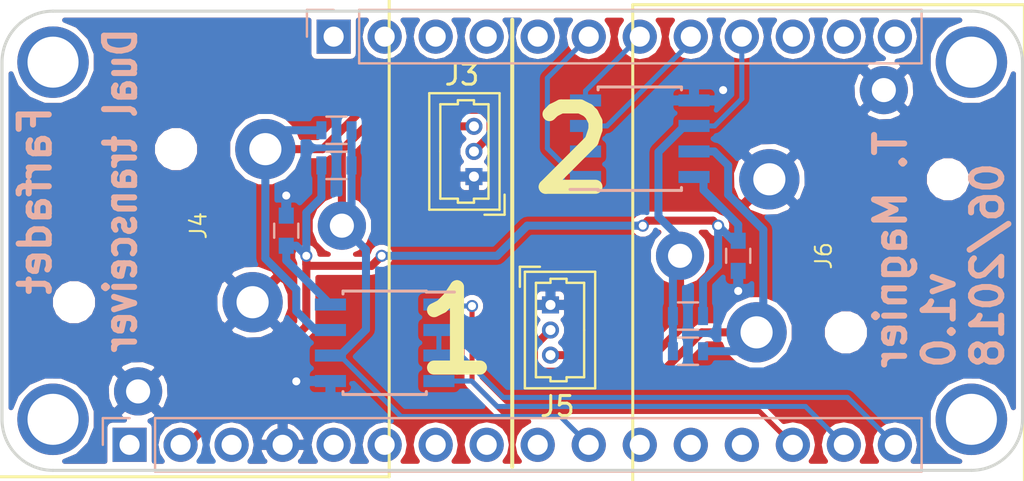
<source format=kicad_pcb>
(kicad_pcb (version 4) (host pcbnew 4.0.7)

  (general
    (links 40)
    (no_connects 0)
    (area 105.969999 73.99238 163.145001 103.807619)
    (thickness 1.6)
    (drawings 14)
    (tracks 127)
    (zones 0)
    (modules 15)
    (nets 31)
  )

  (page A4)
  (title_block
    (title "Farfadet - Dual transceiver Feather wing")
    (date 2018-06-13)
    (rev 1.0)
    (company "Tom Magnier")
  )

  (layers
    (0 F.Cu signal hide)
    (31 B.Cu signal)
    (32 B.Adhes user)
    (33 F.Adhes user)
    (34 B.Paste user)
    (35 F.Paste user)
    (36 B.SilkS user)
    (37 F.SilkS user hide)
    (38 B.Mask user)
    (39 F.Mask user)
    (40 Dwgs.User user)
    (41 Cmts.User user)
    (42 Eco1.User user)
    (43 Eco2.User user)
    (44 Edge.Cuts user)
    (45 Margin user)
    (46 B.CrtYd user)
    (47 F.CrtYd user)
    (48 B.Fab user)
    (49 F.Fab user hide)
  )

  (setup
    (last_trace_width 0.4)
    (user_trace_width 0.4)
    (user_trace_width 0.6)
    (trace_clearance 0.2)
    (zone_clearance 0.508)
    (zone_45_only no)
    (trace_min 0.2)
    (segment_width 0.2)
    (edge_width 0.15)
    (via_size 0.6)
    (via_drill 0.4)
    (via_min_size 0.4)
    (via_min_drill 0.3)
    (uvia_size 0.3)
    (uvia_drill 0.1)
    (uvias_allowed no)
    (uvia_min_size 0.2)
    (uvia_min_drill 0.1)
    (pcb_text_width 0.3)
    (pcb_text_size 1.5 1.5)
    (mod_edge_width 0.15)
    (mod_text_size 1 1)
    (mod_text_width 0.15)
    (pad_size 1.524 1.524)
    (pad_drill 0.762)
    (pad_to_mask_clearance 0.07)
    (aux_axis_origin 109.22 100.33)
    (grid_origin 134.62 88.9)
    (visible_elements FFFFFF7F)
    (pcbplotparams
      (layerselection 0x010fc_80000001)
      (usegerberextensions false)
      (excludeedgelayer true)
      (linewidth 0.100000)
      (plotframeref false)
      (viasonmask false)
      (mode 1)
      (useauxorigin true)
      (hpglpennumber 1)
      (hpglpenspeed 20)
      (hpglpendiameter 15)
      (hpglpenoverlay 2)
      (psnegative false)
      (psa4output false)
      (plotreference true)
      (plotvalue false)
      (plotinvisibletext false)
      (padsonsilk false)
      (subtractmaskfromsilk false)
      (outputformat 1)
      (mirror false)
      (drillshape 0)
      (scaleselection 1)
      (outputdirectory gerber))
  )

  (net 0 "")
  (net 1 GND)
  (net 2 +3V3)
  (net 3 /RST)
  (net 4 "Net-(J1-Pad3)")
  (net 5 /A0)
  (net 6 /A1)
  (net 7 /A2)
  (net 8 /A3)
  (net 9 /A4)
  (net 10 /A5)
  (net 11 /SCK)
  (net 12 /MOSI)
  (net 13 /MISO)
  (net 14 /RS485_RO_1)
  (net 15 /RS485_DI_1)
  (net 16 /21)
  (net 17 VBAT)
  (net 18 /EN)
  (net 19 VBUS)
  (net 20 /13)
  (net 21 /12)
  (net 22 /27)
  (net 23 /33)
  (net 24 /15)
  (net 25 /32)
  (net 26 /14)
  (net 27 /SCL)
  (net 28 /SDA)
  (net 29 /RS485_B_1)
  (net 30 /RS485_B_2)

  (net_class Default "Ceci est la Netclass par défaut"
    (clearance 0.2)
    (trace_width 0.25)
    (via_dia 0.6)
    (via_drill 0.4)
    (uvia_dia 0.3)
    (uvia_drill 0.1)
    (add_net +3V3)
    (add_net /12)
    (add_net /13)
    (add_net /14)
    (add_net /15)
    (add_net /21)
    (add_net /27)
    (add_net /32)
    (add_net /33)
    (add_net /A0)
    (add_net /A1)
    (add_net /A2)
    (add_net /A3)
    (add_net /A4)
    (add_net /A5)
    (add_net /EN)
    (add_net /MISO)
    (add_net /MOSI)
    (add_net /RS485_B_1)
    (add_net /RS485_B_2)
    (add_net /RS485_DI_1)
    (add_net /RS485_RO_1)
    (add_net /RST)
    (add_net /SCK)
    (add_net /SCL)
    (add_net /SDA)
    (add_net GND)
    (add_net "Net-(J1-Pad3)")
    (add_net VBAT)
    (add_net VBUS)
  )

  (module Capacitors_SMD:C_0603 (layer B.Cu) (tedit 5B20E422) (tstamp 5B1FE6E6)
    (at 123.37 88.4 90)
    (descr "Capacitor SMD 0603, reflow soldering, AVX (see smccp.pdf)")
    (tags "capacitor 0603")
    (path /5B1FE869)
    (attr smd)
    (fp_text reference C1 (at 0 -1.75 180) (layer B.Fab)
      (effects (font (size 1 1) (thickness 0.15)) (justify mirror))
    )
    (fp_text value 0.1uF (at 0 -1.5 90) (layer B.Fab) hide
      (effects (font (size 1 1) (thickness 0.15)) (justify mirror))
    )
    (fp_line (start 1.4 -0.65) (end -1.4 -0.65) (layer B.CrtYd) (width 0.05))
    (fp_line (start 1.4 -0.65) (end 1.4 0.65) (layer B.CrtYd) (width 0.05))
    (fp_line (start -1.4 0.65) (end -1.4 -0.65) (layer B.CrtYd) (width 0.05))
    (fp_line (start -1.4 0.65) (end 1.4 0.65) (layer B.CrtYd) (width 0.05))
    (fp_line (start 0.35 -0.6) (end -0.35 -0.6) (layer B.SilkS) (width 0.12))
    (fp_line (start -0.35 0.6) (end 0.35 0.6) (layer B.SilkS) (width 0.12))
    (fp_line (start -0.8 0.4) (end 0.8 0.4) (layer B.Fab) (width 0.1))
    (fp_line (start 0.8 0.4) (end 0.8 -0.4) (layer B.Fab) (width 0.1))
    (fp_line (start 0.8 -0.4) (end -0.8 -0.4) (layer B.Fab) (width 0.1))
    (fp_line (start -0.8 -0.4) (end -0.8 0.4) (layer B.Fab) (width 0.1))
    (fp_text user %R (at 0 0 90) (layer B.Fab)
      (effects (font (size 0.3 0.3) (thickness 0.075)) (justify mirror))
    )
    (pad 2 smd rect (at 0.75 0 90) (size 0.8 0.75) (layers B.Cu B.Paste B.Mask)
      (net 1 GND))
    (pad 1 smd rect (at -0.75 0 90) (size 0.8 0.75) (layers B.Cu B.Paste B.Mask)
      (net 2 +3V3))
    (model Capacitors_SMD.3dshapes/C_0603.wrl
      (at (xyz 0 0 0))
      (scale (xyz 1 1 1))
      (rotate (xyz 0 0 0))
    )
  )

  (module Capacitors_SMD:C_0603 (layer B.Cu) (tedit 5B20E452) (tstamp 5B1FE6EC)
    (at 145.87 89.65 270)
    (descr "Capacitor SMD 0603, reflow soldering, AVX (see smccp.pdf)")
    (tags "capacitor 0603")
    (path /5B1FFC35)
    (attr smd)
    (fp_text reference C2 (at 0 -1.75 360) (layer B.Fab)
      (effects (font (size 1 1) (thickness 0.15)) (justify mirror))
    )
    (fp_text value 0.1uF (at 0 -1.5 270) (layer B.Fab) hide
      (effects (font (size 1 1) (thickness 0.15)) (justify mirror))
    )
    (fp_line (start 1.4 -0.65) (end -1.4 -0.65) (layer B.CrtYd) (width 0.05))
    (fp_line (start 1.4 -0.65) (end 1.4 0.65) (layer B.CrtYd) (width 0.05))
    (fp_line (start -1.4 0.65) (end -1.4 -0.65) (layer B.CrtYd) (width 0.05))
    (fp_line (start -1.4 0.65) (end 1.4 0.65) (layer B.CrtYd) (width 0.05))
    (fp_line (start 0.35 -0.6) (end -0.35 -0.6) (layer B.SilkS) (width 0.12))
    (fp_line (start -0.35 0.6) (end 0.35 0.6) (layer B.SilkS) (width 0.12))
    (fp_line (start -0.8 0.4) (end 0.8 0.4) (layer B.Fab) (width 0.1))
    (fp_line (start 0.8 0.4) (end 0.8 -0.4) (layer B.Fab) (width 0.1))
    (fp_line (start 0.8 -0.4) (end -0.8 -0.4) (layer B.Fab) (width 0.1))
    (fp_line (start -0.8 -0.4) (end -0.8 0.4) (layer B.Fab) (width 0.1))
    (fp_text user %R (at 0 0 270) (layer B.Fab)
      (effects (font (size 0.3 0.3) (thickness 0.075)) (justify mirror))
    )
    (pad 2 smd rect (at 0.75 0 270) (size 0.8 0.75) (layers B.Cu B.Paste B.Mask)
      (net 1 GND))
    (pad 1 smd rect (at -0.75 0 270) (size 0.8 0.75) (layers B.Cu B.Paste B.Mask)
      (net 2 +3V3))
    (model Capacitors_SMD.3dshapes/C_0603.wrl
      (at (xyz 0 0 0))
      (scale (xyz 1 1 1))
      (rotate (xyz 0 0 0))
    )
  )

  (module Pin_Headers:Pin_Header_Straight_1x16_Pitch2.54mm locked (layer B.Cu) (tedit 5B20E473) (tstamp 5B1FE700)
    (at 115.57 99.06 270)
    (descr "Through hole straight pin header, 1x16, 2.54mm pitch, single row")
    (tags "Through hole pin header THT 1x16 2.54mm single row")
    (path /5B1FDF93)
    (fp_text reference J1 (at 0 2.33 270) (layer B.SilkS) hide
      (effects (font (size 1 1) (thickness 0.15)) (justify mirror))
    )
    (fp_text value Conn_01x16 (at 0 -40.43 270) (layer B.Fab) hide
      (effects (font (size 1 1) (thickness 0.15)) (justify mirror))
    )
    (fp_line (start -0.635 1.27) (end 1.27 1.27) (layer B.Fab) (width 0.1))
    (fp_line (start 1.27 1.27) (end 1.27 -39.37) (layer B.Fab) (width 0.1))
    (fp_line (start 1.27 -39.37) (end -1.27 -39.37) (layer B.Fab) (width 0.1))
    (fp_line (start -1.27 -39.37) (end -1.27 0.635) (layer B.Fab) (width 0.1))
    (fp_line (start -1.27 0.635) (end -0.635 1.27) (layer B.Fab) (width 0.1))
    (fp_line (start -1.33 -39.43) (end 1.33 -39.43) (layer B.SilkS) (width 0.12))
    (fp_line (start -1.33 -1.27) (end -1.33 -39.43) (layer B.SilkS) (width 0.12))
    (fp_line (start 1.33 -1.27) (end 1.33 -39.43) (layer B.SilkS) (width 0.12))
    (fp_line (start -1.33 -1.27) (end 1.33 -1.27) (layer B.SilkS) (width 0.12))
    (fp_line (start -1.33 0) (end -1.33 1.33) (layer B.SilkS) (width 0.12))
    (fp_line (start -1.33 1.33) (end 0 1.33) (layer B.SilkS) (width 0.12))
    (fp_line (start -1.8 1.8) (end -1.8 -39.9) (layer B.CrtYd) (width 0.05))
    (fp_line (start -1.8 -39.9) (end 1.8 -39.9) (layer B.CrtYd) (width 0.05))
    (fp_line (start 1.8 -39.9) (end 1.8 1.8) (layer B.CrtYd) (width 0.05))
    (fp_line (start 1.8 1.8) (end -1.8 1.8) (layer B.CrtYd) (width 0.05))
    (fp_text user %R (at 0 -19.05 540) (layer B.Fab)
      (effects (font (size 1 1) (thickness 0.15)) (justify mirror))
    )
    (pad 1 thru_hole rect (at 0 0 270) (size 1.7 1.7) (drill 1) (layers *.Cu *.Mask)
      (net 3 /RST))
    (pad 2 thru_hole oval (at 0 -2.54 270) (size 1.7 1.7) (drill 1) (layers *.Cu *.Mask)
      (net 2 +3V3))
    (pad 3 thru_hole oval (at 0 -5.08 270) (size 1.7 1.7) (drill 1) (layers *.Cu *.Mask)
      (net 4 "Net-(J1-Pad3)"))
    (pad 4 thru_hole oval (at 0 -7.62 270) (size 1.7 1.7) (drill 1) (layers *.Cu *.Mask)
      (net 1 GND))
    (pad 5 thru_hole oval (at 0 -10.16 270) (size 1.7 1.7) (drill 1) (layers *.Cu *.Mask)
      (net 5 /A0))
    (pad 6 thru_hole oval (at 0 -12.7 270) (size 1.7 1.7) (drill 1) (layers *.Cu *.Mask)
      (net 6 /A1))
    (pad 7 thru_hole oval (at 0 -15.24 270) (size 1.7 1.7) (drill 1) (layers *.Cu *.Mask)
      (net 7 /A2))
    (pad 8 thru_hole oval (at 0 -17.78 270) (size 1.7 1.7) (drill 1) (layers *.Cu *.Mask)
      (net 8 /A3))
    (pad 9 thru_hole oval (at 0 -20.32 270) (size 1.7 1.7) (drill 1) (layers *.Cu *.Mask)
      (net 9 /A4))
    (pad 10 thru_hole oval (at 0 -22.86 270) (size 1.7 1.7) (drill 1) (layers *.Cu *.Mask)
      (net 10 /A5))
    (pad 11 thru_hole oval (at 0 -25.4 270) (size 1.7 1.7) (drill 1) (layers *.Cu *.Mask)
      (net 11 /SCK))
    (pad 12 thru_hole oval (at 0 -27.94 270) (size 1.7 1.7) (drill 1) (layers *.Cu *.Mask)
      (net 12 /MOSI))
    (pad 13 thru_hole oval (at 0 -30.48 270) (size 1.7 1.7) (drill 1) (layers *.Cu *.Mask)
      (net 13 /MISO))
    (pad 14 thru_hole oval (at 0 -33.02 270) (size 1.7 1.7) (drill 1) (layers *.Cu *.Mask)
      (net 14 /RS485_RO_1))
    (pad 15 thru_hole oval (at 0 -35.56 270) (size 1.7 1.7) (drill 1) (layers *.Cu *.Mask)
      (net 15 /RS485_DI_1))
    (pad 16 thru_hole oval (at 0 -38.1 270) (size 1.7 1.7) (drill 1) (layers *.Cu *.Mask)
      (net 16 /21))
    (model ${KISYS3DMOD}/Pin_Headers.3dshapes/Pin_Header_Straight_1x16_Pitch2.54mm.wrl
      (at (xyz 0 0 0))
      (scale (xyz 1 1 1))
      (rotate (xyz 0 0 0))
    )
  )

  (module Pin_Headers:Pin_Header_Straight_1x12_Pitch2.54mm locked (layer B.Cu) (tedit 5B20E470) (tstamp 5B1FE710)
    (at 125.73 78.74 270)
    (descr "Through hole straight pin header, 1x12, 2.54mm pitch, single row")
    (tags "Through hole pin header THT 1x12 2.54mm single row")
    (path /5B1FDEB5)
    (fp_text reference J2 (at 0 2.33 270) (layer B.SilkS) hide
      (effects (font (size 1 1) (thickness 0.15)) (justify mirror))
    )
    (fp_text value Conn_01x12 (at 0 -30.27 270) (layer B.Fab) hide
      (effects (font (size 1 1) (thickness 0.15)) (justify mirror))
    )
    (fp_line (start -0.635 1.27) (end 1.27 1.27) (layer B.Fab) (width 0.1))
    (fp_line (start 1.27 1.27) (end 1.27 -29.21) (layer B.Fab) (width 0.1))
    (fp_line (start 1.27 -29.21) (end -1.27 -29.21) (layer B.Fab) (width 0.1))
    (fp_line (start -1.27 -29.21) (end -1.27 0.635) (layer B.Fab) (width 0.1))
    (fp_line (start -1.27 0.635) (end -0.635 1.27) (layer B.Fab) (width 0.1))
    (fp_line (start -1.33 -29.27) (end 1.33 -29.27) (layer B.SilkS) (width 0.12))
    (fp_line (start -1.33 -1.27) (end -1.33 -29.27) (layer B.SilkS) (width 0.12))
    (fp_line (start 1.33 -1.27) (end 1.33 -29.27) (layer B.SilkS) (width 0.12))
    (fp_line (start -1.33 -1.27) (end 1.33 -1.27) (layer B.SilkS) (width 0.12))
    (fp_line (start -1.33 0) (end -1.33 1.33) (layer B.SilkS) (width 0.12))
    (fp_line (start -1.33 1.33) (end 0 1.33) (layer B.SilkS) (width 0.12))
    (fp_line (start -1.8 1.8) (end -1.8 -29.75) (layer B.CrtYd) (width 0.05))
    (fp_line (start -1.8 -29.75) (end 1.8 -29.75) (layer B.CrtYd) (width 0.05))
    (fp_line (start 1.8 -29.75) (end 1.8 1.8) (layer B.CrtYd) (width 0.05))
    (fp_line (start 1.8 1.8) (end -1.8 1.8) (layer B.CrtYd) (width 0.05))
    (fp_text user %R (at 0 -13.97 540) (layer B.Fab)
      (effects (font (size 1 1) (thickness 0.15)) (justify mirror))
    )
    (pad 1 thru_hole rect (at 0 0 270) (size 1.7 1.7) (drill 1) (layers *.Cu *.Mask)
      (net 17 VBAT))
    (pad 2 thru_hole oval (at 0 -2.54 270) (size 1.7 1.7) (drill 1) (layers *.Cu *.Mask)
      (net 18 /EN))
    (pad 3 thru_hole oval (at 0 -5.08 270) (size 1.7 1.7) (drill 1) (layers *.Cu *.Mask)
      (net 19 VBUS))
    (pad 4 thru_hole oval (at 0 -7.62 270) (size 1.7 1.7) (drill 1) (layers *.Cu *.Mask)
      (net 20 /13))
    (pad 5 thru_hole oval (at 0 -10.16 270) (size 1.7 1.7) (drill 1) (layers *.Cu *.Mask)
      (net 21 /12))
    (pad 6 thru_hole oval (at 0 -12.7 270) (size 1.7 1.7) (drill 1) (layers *.Cu *.Mask)
      (net 22 /27))
    (pad 7 thru_hole oval (at 0 -15.24 270) (size 1.7 1.7) (drill 1) (layers *.Cu *.Mask)
      (net 23 /33))
    (pad 8 thru_hole oval (at 0 -17.78 270) (size 1.7 1.7) (drill 1) (layers *.Cu *.Mask)
      (net 24 /15))
    (pad 9 thru_hole oval (at 0 -20.32 270) (size 1.7 1.7) (drill 1) (layers *.Cu *.Mask)
      (net 25 /32))
    (pad 10 thru_hole oval (at 0 -22.86 270) (size 1.7 1.7) (drill 1) (layers *.Cu *.Mask)
      (net 26 /14))
    (pad 11 thru_hole oval (at 0 -25.4 270) (size 1.7 1.7) (drill 1) (layers *.Cu *.Mask)
      (net 27 /SCL))
    (pad 12 thru_hole oval (at 0 -27.94 270) (size 1.7 1.7) (drill 1) (layers *.Cu *.Mask)
      (net 28 /SDA))
    (model ${KISYS3DMOD}/Pin_Headers.3dshapes/Pin_Header_Straight_1x12_Pitch2.54mm.wrl
      (at (xyz 0 0 0))
      (scale (xyz 1 1 1))
      (rotate (xyz 0 0 0))
    )
  )

  (module Connectors_Molex:Molex_PicoBlade_53047-0310_03x1.25mm_Straight (layer F.Cu) (tedit 58A3B615) (tstamp 5B1FE717)
    (at 132.715 85.705 90)
    (descr "Molex PicoBlade, single row, top entry type, through hole, PN:53047-0310")
    (tags "connector molex picoblade")
    (path /5B1FEF09)
    (fp_text reference J3 (at 5.055 -0.595 180) (layer F.SilkS)
      (effects (font (size 1 1) (thickness 0.15)))
    )
    (fp_text value picoBlade (at 1.25 -3.25 90) (layer F.Fab)
      (effects (font (size 1 1) (thickness 0.15)))
    )
    (fp_line (start -2 -2.55) (end -2 1.6) (layer F.CrtYd) (width 0.05))
    (fp_line (start -2 1.6) (end 4.5 1.6) (layer F.CrtYd) (width 0.05))
    (fp_line (start 4.5 1.6) (end 4.5 -2.55) (layer F.CrtYd) (width 0.05))
    (fp_line (start 4.5 -2.55) (end -2 -2.55) (layer F.CrtYd) (width 0.05))
    (fp_line (start -1.5 -2.075) (end -1.5 1.125) (layer F.Fab) (width 0.1))
    (fp_line (start -1.5 1.125) (end 4 1.125) (layer F.Fab) (width 0.1))
    (fp_line (start 4 1.125) (end 4 -2.075) (layer F.Fab) (width 0.1))
    (fp_line (start 4 -2.075) (end -1.5 -2.075) (layer F.Fab) (width 0.1))
    (fp_line (start -1.65 -2.225) (end -1.65 1.275) (layer F.SilkS) (width 0.12))
    (fp_line (start -1.65 1.275) (end 4.15 1.275) (layer F.SilkS) (width 0.12))
    (fp_line (start 4.15 1.275) (end 4.15 -2.225) (layer F.SilkS) (width 0.12))
    (fp_line (start 4.15 -2.225) (end -1.65 -2.225) (layer F.SilkS) (width 0.12))
    (fp_line (start 1.25 0.725) (end -1.1 0.725) (layer F.SilkS) (width 0.12))
    (fp_line (start -1.1 0.725) (end -1.1 0) (layer F.SilkS) (width 0.12))
    (fp_line (start -1.1 0) (end -1.3 0) (layer F.SilkS) (width 0.12))
    (fp_line (start -1.3 0) (end -1.3 -0.8) (layer F.SilkS) (width 0.12))
    (fp_line (start -1.3 -0.8) (end -1.1 -0.8) (layer F.SilkS) (width 0.12))
    (fp_line (start -1.1 -0.8) (end -1.1 -1.675) (layer F.SilkS) (width 0.12))
    (fp_line (start -1.1 -1.675) (end 1.25 -1.675) (layer F.SilkS) (width 0.12))
    (fp_line (start 1.25 0.725) (end 3.6 0.725) (layer F.SilkS) (width 0.12))
    (fp_line (start 3.6 0.725) (end 3.6 0) (layer F.SilkS) (width 0.12))
    (fp_line (start 3.6 0) (end 3.8 0) (layer F.SilkS) (width 0.12))
    (fp_line (start 3.8 0) (end 3.8 -0.8) (layer F.SilkS) (width 0.12))
    (fp_line (start 3.8 -0.8) (end 3.6 -0.8) (layer F.SilkS) (width 0.12))
    (fp_line (start 3.6 -0.8) (end 3.6 -1.675) (layer F.SilkS) (width 0.12))
    (fp_line (start 3.6 -1.675) (end 1.25 -1.675) (layer F.SilkS) (width 0.12))
    (fp_line (start -1.9 1.525) (end -1.9 0.525) (layer F.SilkS) (width 0.12))
    (fp_line (start -1.9 1.525) (end -0.9 1.525) (layer F.SilkS) (width 0.12))
    (fp_text user %R (at 1.25 -1.25 90) (layer F.Fab)
      (effects (font (size 1 1) (thickness 0.15)))
    )
    (pad 1 thru_hole rect (at 0 0 90) (size 0.85 0.85) (drill 0.5) (layers *.Cu *.Mask)
      (net 1 GND))
    (pad 2 thru_hole circle (at 1.25 0 90) (size 0.85 0.85) (drill 0.5) (layers *.Cu *.Mask)
      (net 29 /RS485_B_1))
    (pad 3 thru_hole circle (at 2.5 0 90) (size 0.85 0.85) (drill 0.5) (layers *.Cu *.Mask)
      (net 10 /A5))
    (model ${KISYS3DMOD}/Connectors_Molex.3dshapes/Molex_PicoBlade_53047-0310_03x1.25mm_Straight.wrl
      (at (xyz 0 0 0))
      (scale (xyz 1 1 1))
      (rotate (xyz 0 0 0))
    )
  )

  (module Connectors_Molex:Molex_PicoBlade_53047-0310_03x1.25mm_Straight (layer F.Cu) (tedit 58A3B615) (tstamp 5B1FE728)
    (at 136.525 92.095 270)
    (descr "Molex PicoBlade, single row, top entry type, through hole, PN:53047-0310")
    (tags "connector molex picoblade")
    (path /5B1FFC65)
    (fp_text reference J5 (at 5.055 -0.345 540) (layer F.SilkS)
      (effects (font (size 1 1) (thickness 0.15)))
    )
    (fp_text value picoBlade (at 1.25 -3.25 270) (layer F.Fab)
      (effects (font (size 1 1) (thickness 0.15)))
    )
    (fp_line (start -2 -2.55) (end -2 1.6) (layer F.CrtYd) (width 0.05))
    (fp_line (start -2 1.6) (end 4.5 1.6) (layer F.CrtYd) (width 0.05))
    (fp_line (start 4.5 1.6) (end 4.5 -2.55) (layer F.CrtYd) (width 0.05))
    (fp_line (start 4.5 -2.55) (end -2 -2.55) (layer F.CrtYd) (width 0.05))
    (fp_line (start -1.5 -2.075) (end -1.5 1.125) (layer F.Fab) (width 0.1))
    (fp_line (start -1.5 1.125) (end 4 1.125) (layer F.Fab) (width 0.1))
    (fp_line (start 4 1.125) (end 4 -2.075) (layer F.Fab) (width 0.1))
    (fp_line (start 4 -2.075) (end -1.5 -2.075) (layer F.Fab) (width 0.1))
    (fp_line (start -1.65 -2.225) (end -1.65 1.275) (layer F.SilkS) (width 0.12))
    (fp_line (start -1.65 1.275) (end 4.15 1.275) (layer F.SilkS) (width 0.12))
    (fp_line (start 4.15 1.275) (end 4.15 -2.225) (layer F.SilkS) (width 0.12))
    (fp_line (start 4.15 -2.225) (end -1.65 -2.225) (layer F.SilkS) (width 0.12))
    (fp_line (start 1.25 0.725) (end -1.1 0.725) (layer F.SilkS) (width 0.12))
    (fp_line (start -1.1 0.725) (end -1.1 0) (layer F.SilkS) (width 0.12))
    (fp_line (start -1.1 0) (end -1.3 0) (layer F.SilkS) (width 0.12))
    (fp_line (start -1.3 0) (end -1.3 -0.8) (layer F.SilkS) (width 0.12))
    (fp_line (start -1.3 -0.8) (end -1.1 -0.8) (layer F.SilkS) (width 0.12))
    (fp_line (start -1.1 -0.8) (end -1.1 -1.675) (layer F.SilkS) (width 0.12))
    (fp_line (start -1.1 -1.675) (end 1.25 -1.675) (layer F.SilkS) (width 0.12))
    (fp_line (start 1.25 0.725) (end 3.6 0.725) (layer F.SilkS) (width 0.12))
    (fp_line (start 3.6 0.725) (end 3.6 0) (layer F.SilkS) (width 0.12))
    (fp_line (start 3.6 0) (end 3.8 0) (layer F.SilkS) (width 0.12))
    (fp_line (start 3.8 0) (end 3.8 -0.8) (layer F.SilkS) (width 0.12))
    (fp_line (start 3.8 -0.8) (end 3.6 -0.8) (layer F.SilkS) (width 0.12))
    (fp_line (start 3.6 -0.8) (end 3.6 -1.675) (layer F.SilkS) (width 0.12))
    (fp_line (start 3.6 -1.675) (end 1.25 -1.675) (layer F.SilkS) (width 0.12))
    (fp_line (start -1.9 1.525) (end -1.9 0.525) (layer F.SilkS) (width 0.12))
    (fp_line (start -1.9 1.525) (end -0.9 1.525) (layer F.SilkS) (width 0.12))
    (fp_text user %R (at 1.25 -1.25 270) (layer F.Fab)
      (effects (font (size 1 1) (thickness 0.15)))
    )
    (pad 1 thru_hole rect (at 0 0 270) (size 0.85 0.85) (drill 0.5) (layers *.Cu *.Mask)
      (net 1 GND))
    (pad 2 thru_hole circle (at 1.25 0 270) (size 0.85 0.85) (drill 0.5) (layers *.Cu *.Mask)
      (net 30 /RS485_B_2))
    (pad 3 thru_hole circle (at 2.5 0 270) (size 0.85 0.85) (drill 0.5) (layers *.Cu *.Mask)
      (net 25 /32))
    (model ${KISYS3DMOD}/Connectors_Molex.3dshapes/Molex_PicoBlade_53047-0310_03x1.25mm_Straight.wrl
      (at (xyz 0 0 0))
      (scale (xyz 1 1 1))
      (rotate (xyz 0 0 0))
    )
  )

  (module tom_kicad_lib:PCB_FeatherWing locked (layer F.Cu) (tedit 58EF14C7) (tstamp 5B1FE73A)
    (at 134.62 88.9)
    (path /5B200FF4)
    (fp_text reference MK1 (at 0 1) (layer F.Fab)
      (effects (font (size 0.6 0.6) (thickness 0.1)))
    )
    (fp_text value "Adafruit Featherwing" (at 0 0 180) (layer F.Fab)
      (effects (font (size 0.6 0.5) (thickness 0.1)))
    )
    (fp_text user %R (at 17.78 8.89 180) (layer Eco1.User)
      (effects (font (size 0.3 0.3) (thickness 0.03)))
    )
    (fp_arc (start -22.86 -8.89) (end -25.4 -8.89) (angle 90) (layer Dwgs.User) (width 0.05))
    (fp_arc (start -22.86 8.89) (end -22.86 11.43) (angle 90) (layer Dwgs.User) (width 0.05))
    (fp_arc (start 22.86 8.89) (end 22.86 11.43) (angle -88.9) (layer Dwgs.User) (width 0.05))
    (fp_arc (start 22.86 -8.89) (end 22.86 -11.43) (angle 90) (layer Dwgs.User) (width 0.05))
    (fp_line (start -25.4 -8.89) (end -25.4 8.89) (layer Dwgs.User) (width 0.05))
    (fp_line (start -22.86 11.43) (end 22.86 11.43) (layer Dwgs.User) (width 0.05))
    (fp_line (start 25.4 8.89) (end 25.4 -8.89) (layer Dwgs.User) (width 0.05))
    (fp_line (start 22.86 -11.43) (end -22.86 -11.43) (layer Dwgs.User) (width 0.05))
    (fp_circle (center 19.05 10.16) (end 19.558 10.16) (layer Cmts.User) (width 0.05))
    (fp_line (start 18.542 10.668) (end 19.558 9.652) (layer Cmts.User) (width 0.05))
    (fp_line (start 18.542 9.652) (end 19.558 10.668) (layer Cmts.User) (width 0.05))
    (fp_text user 1 (at 19.05 10.922) (layer Cmts.User)
      (effects (font (size 0.3 0.25) (thickness 0.03)))
    )
    (fp_line (start 16.002 9.652) (end 17.018 10.668) (layer Cmts.User) (width 0.05))
    (fp_line (start 13.462 9.652) (end 14.478 10.668) (layer Cmts.User) (width 0.05))
    (fp_line (start 10.922 9.652) (end 11.938 10.668) (layer Cmts.User) (width 0.05))
    (fp_line (start 8.382 9.652) (end 9.398 10.668) (layer Cmts.User) (width 0.05))
    (fp_line (start 5.842 9.652) (end 6.858 10.668) (layer Cmts.User) (width 0.05))
    (fp_line (start 3.302 9.652) (end 4.318 10.668) (layer Cmts.User) (width 0.05))
    (fp_line (start 0.762 9.652) (end 1.778 10.668) (layer Cmts.User) (width 0.05))
    (fp_line (start -1.778 9.652) (end -0.762 10.668) (layer Cmts.User) (width 0.05))
    (fp_line (start -4.318 9.652) (end -3.302 10.668) (layer Cmts.User) (width 0.05))
    (fp_line (start -6.858 9.652) (end -5.842 10.668) (layer Cmts.User) (width 0.05))
    (fp_line (start -9.398 9.652) (end -8.382 10.668) (layer Cmts.User) (width 0.05))
    (fp_line (start -11.938 9.652) (end -10.922 10.668) (layer Cmts.User) (width 0.05))
    (fp_line (start -14.478 9.652) (end -13.462 10.668) (layer Cmts.User) (width 0.05))
    (fp_line (start -17.018 9.652) (end -16.002 10.668) (layer Cmts.User) (width 0.05))
    (fp_line (start -19.558 9.652) (end -18.542 10.668) (layer Cmts.User) (width 0.05))
    (fp_line (start 18.542 -10.668) (end 19.558 -9.652) (layer Cmts.User) (width 0.05))
    (fp_line (start 16.002 -10.668) (end 17.018 -9.652) (layer Cmts.User) (width 0.05))
    (fp_line (start 13.462 -10.668) (end 14.478 -9.652) (layer Cmts.User) (width 0.05))
    (fp_line (start 10.922 -10.668) (end 11.938 -9.652) (layer Cmts.User) (width 0.05))
    (fp_line (start 8.382 -10.668) (end 9.398 -9.652) (layer Cmts.User) (width 0.05))
    (fp_line (start 5.842 -10.668) (end 6.858 -9.652) (layer Cmts.User) (width 0.05))
    (fp_line (start 3.302 -10.668) (end 4.318 -9.652) (layer Cmts.User) (width 0.05))
    (fp_line (start 0.762 -10.668) (end 1.778 -9.652) (layer Cmts.User) (width 0.05))
    (fp_line (start -1.778 -10.668) (end -0.762 -9.652) (layer Cmts.User) (width 0.05))
    (fp_line (start -4.318 -10.668) (end -3.302 -9.652) (layer Cmts.User) (width 0.05))
    (fp_line (start -6.858 -10.668) (end -5.842 -9.652) (layer Cmts.User) (width 0.05))
    (fp_line (start -9.398 -10.668) (end -8.382 -9.652) (layer Cmts.User) (width 0.05))
    (fp_line (start 16.002 10.668) (end 17.018 9.652) (layer Cmts.User) (width 0.05))
    (fp_line (start 13.462 10.668) (end 14.478 9.652) (layer Cmts.User) (width 0.05))
    (fp_line (start 10.922 10.668) (end 11.938 9.652) (layer Cmts.User) (width 0.05))
    (fp_line (start 8.382 10.668) (end 9.398 9.652) (layer Cmts.User) (width 0.05))
    (fp_line (start 5.842 10.668) (end 6.858 9.652) (layer Cmts.User) (width 0.05))
    (fp_line (start 3.302 10.668) (end 4.318 9.652) (layer Cmts.User) (width 0.05))
    (fp_line (start 0.762 10.668) (end 1.778 9.652) (layer Cmts.User) (width 0.05))
    (fp_line (start -1.778 10.668) (end -0.762 9.652) (layer Cmts.User) (width 0.05))
    (fp_line (start -4.318 10.668) (end -3.302 9.652) (layer Cmts.User) (width 0.05))
    (fp_line (start -6.858 10.668) (end -5.842 9.652) (layer Cmts.User) (width 0.05))
    (fp_line (start -9.398 10.668) (end -8.382 9.652) (layer Cmts.User) (width 0.05))
    (fp_line (start -11.938 10.668) (end -10.922 9.652) (layer Cmts.User) (width 0.05))
    (fp_line (start -14.478 10.668) (end -13.462 9.652) (layer Cmts.User) (width 0.05))
    (fp_line (start -17.018 10.668) (end -16.002 9.652) (layer Cmts.User) (width 0.05))
    (fp_line (start -19.558 10.668) (end -18.542 9.652) (layer Cmts.User) (width 0.05))
    (fp_line (start 18.542 -9.652) (end 19.558 -10.668) (layer Cmts.User) (width 0.05))
    (fp_line (start 16.002 -9.652) (end 17.018 -10.668) (layer Cmts.User) (width 0.05))
    (fp_line (start 13.462 -9.652) (end 14.478 -10.668) (layer Cmts.User) (width 0.05))
    (fp_line (start 10.922 -9.652) (end 11.938 -10.668) (layer Cmts.User) (width 0.05))
    (fp_line (start 8.382 -9.652) (end 9.398 -10.668) (layer Cmts.User) (width 0.05))
    (fp_line (start 5.842 -9.652) (end 6.858 -10.668) (layer Cmts.User) (width 0.05))
    (fp_line (start 3.302 -9.652) (end 4.318 -10.668) (layer Cmts.User) (width 0.05))
    (fp_line (start 0.762 -9.652) (end 1.778 -10.668) (layer Cmts.User) (width 0.05))
    (fp_line (start -1.778 -9.652) (end -0.762 -10.668) (layer Cmts.User) (width 0.05))
    (fp_line (start -4.318 -9.652) (end -3.302 -10.668) (layer Cmts.User) (width 0.05))
    (fp_line (start -6.858 -9.652) (end -5.842 -10.668) (layer Cmts.User) (width 0.05))
    (fp_line (start -9.398 -9.652) (end -8.382 -10.668) (layer Cmts.User) (width 0.05))
    (fp_circle (center 16.51 10.16) (end 17.018 10.16) (layer Cmts.User) (width 0.05))
    (fp_circle (center 13.97 10.16) (end 14.478 10.16) (layer Cmts.User) (width 0.05))
    (fp_circle (center 11.43 10.16) (end 11.938 10.16) (layer Cmts.User) (width 0.05))
    (fp_circle (center 8.89 10.16) (end 9.398 10.16) (layer Cmts.User) (width 0.05))
    (fp_circle (center 6.35 10.16) (end 6.858 10.16) (layer Cmts.User) (width 0.05))
    (fp_circle (center 3.81 10.16) (end 4.318 10.16) (layer Cmts.User) (width 0.05))
    (fp_circle (center 1.27 10.16) (end 1.778 10.16) (layer Cmts.User) (width 0.05))
    (fp_circle (center -1.27 10.16) (end -0.762 10.16) (layer Cmts.User) (width 0.05))
    (fp_circle (center -3.81 10.16) (end -3.302 10.16) (layer Cmts.User) (width 0.05))
    (fp_circle (center -6.35 10.16) (end -5.842 10.16) (layer Cmts.User) (width 0.05))
    (fp_circle (center -8.89 10.16) (end -8.382 10.16) (layer Cmts.User) (width 0.05))
    (fp_circle (center -11.43 10.16) (end -10.922 10.16) (layer Cmts.User) (width 0.05))
    (fp_circle (center -13.97 10.16) (end -13.462 10.16) (layer Cmts.User) (width 0.05))
    (fp_circle (center -16.51 10.16) (end -16.002 10.16) (layer Cmts.User) (width 0.05))
    (fp_circle (center -19.05 10.16) (end -18.542 10.16) (layer Cmts.User) (width 0.05))
    (fp_circle (center 19.05 -10.16) (end 19.558 -10.16) (layer Cmts.User) (width 0.05))
    (fp_circle (center 16.51 -10.16) (end 17.018 -10.16) (layer Cmts.User) (width 0.05))
    (fp_circle (center 13.97 -10.16) (end 14.478 -10.16) (layer Cmts.User) (width 0.05))
    (fp_circle (center 11.43 -10.16) (end 11.938 -10.16) (layer Cmts.User) (width 0.05))
    (fp_circle (center 8.89 -10.16) (end 9.398 -10.16) (layer Cmts.User) (width 0.05))
    (fp_circle (center 6.35 -10.16) (end 6.858 -10.16) (layer Cmts.User) (width 0.05))
    (fp_circle (center 3.81 -10.16) (end 4.318 -10.16) (layer Cmts.User) (width 0.05))
    (fp_circle (center 1.27 -10.16) (end 1.778 -10.16) (layer Cmts.User) (width 0.05))
    (fp_circle (center -1.27 -10.16) (end -0.762 -10.16) (layer Cmts.User) (width 0.05))
    (fp_circle (center -3.81 -10.16) (end -3.302 -10.16) (layer Cmts.User) (width 0.05))
    (fp_circle (center -6.35 -10.16) (end -5.842 -10.16) (layer Cmts.User) (width 0.05))
    (fp_circle (center -8.89 -10.16) (end -8.382 -10.16) (layer Cmts.User) (width 0.05))
    (fp_text user 2 (at 16.51 10.922) (layer Cmts.User)
      (effects (font (size 0.3 0.25) (thickness 0.03)))
    )
    (fp_text user 3 (at 13.97 10.922) (layer Cmts.User)
      (effects (font (size 0.3 0.25) (thickness 0.03)))
    )
    (fp_text user 4 (at 11.43 10.922) (layer Cmts.User)
      (effects (font (size 0.3 0.25) (thickness 0.03)))
    )
    (fp_text user 5 (at 8.89 10.922) (layer Cmts.User)
      (effects (font (size 0.3 0.25) (thickness 0.03)))
    )
    (fp_text user 6 (at 6.35 10.922) (layer Cmts.User)
      (effects (font (size 0.3 0.25) (thickness 0.03)))
    )
    (fp_text user 7 (at 3.81 10.922) (layer Cmts.User)
      (effects (font (size 0.3 0.25) (thickness 0.03)))
    )
    (fp_text user 8 (at 1.27 10.922) (layer Cmts.User)
      (effects (font (size 0.3 0.25) (thickness 0.03)))
    )
    (fp_text user 9 (at -1.27 10.922) (layer Cmts.User)
      (effects (font (size 0.3 0.25) (thickness 0.03)))
    )
    (fp_text user 10 (at -3.81 10.922) (layer Cmts.User)
      (effects (font (size 0.3 0.25) (thickness 0.03)))
    )
    (fp_text user 11 (at -6.35 10.922) (layer Cmts.User)
      (effects (font (size 0.3 0.25) (thickness 0.03)))
    )
    (fp_text user 12 (at -8.89 10.922) (layer Cmts.User)
      (effects (font (size 0.3 0.25) (thickness 0.03)))
    )
    (fp_text user 13 (at -11.43 10.922) (layer Cmts.User)
      (effects (font (size 0.3 0.25) (thickness 0.03)))
    )
    (fp_text user 14 (at -13.97 10.922) (layer Cmts.User)
      (effects (font (size 0.3 0.25) (thickness 0.03)))
    )
    (fp_text user 15 (at -16.51 10.922) (layer Cmts.User)
      (effects (font (size 0.3 0.25) (thickness 0.03)))
    )
    (fp_text user 16 (at -19.05 10.922) (layer Cmts.User)
      (effects (font (size 0.3 0.25) (thickness 0.03)))
    )
    (fp_text user 1 (at 19.05 -10.922) (layer Cmts.User)
      (effects (font (size 0.3 0.25) (thickness 0.03)))
    )
    (fp_text user 2 (at 16.51 -10.922) (layer Cmts.User)
      (effects (font (size 0.3 0.25) (thickness 0.03)))
    )
    (fp_text user 3 (at 13.97 -10.922) (layer Cmts.User)
      (effects (font (size 0.3 0.25) (thickness 0.03)))
    )
    (fp_text user 4 (at 11.43 -10.922) (layer Cmts.User)
      (effects (font (size 0.3 0.25) (thickness 0.03)))
    )
    (fp_text user 5 (at 8.89 -10.922) (layer Cmts.User)
      (effects (font (size 0.3 0.25) (thickness 0.03)))
    )
    (fp_text user 6 (at 6.35 -10.922) (layer Cmts.User)
      (effects (font (size 0.3 0.25) (thickness 0.03)))
    )
    (fp_text user 7 (at 3.81 -10.922) (layer Cmts.User)
      (effects (font (size 0.3 0.25) (thickness 0.03)))
    )
    (fp_text user 8 (at 1.27 -10.922) (layer Cmts.User)
      (effects (font (size 0.3 0.25) (thickness 0.03)))
    )
    (fp_text user 9 (at -1.27 -10.922) (layer Cmts.User)
      (effects (font (size 0.3 0.25) (thickness 0.03)))
    )
    (fp_text user 10 (at -3.81 -10.922) (layer Cmts.User)
      (effects (font (size 0.3 0.25) (thickness 0.03)))
    )
    (fp_text user 11 (at -6.35 -10.922) (layer Cmts.User)
      (effects (font (size 0.3 0.25) (thickness 0.03)))
    )
    (fp_text user 12 (at -8.89 -10.922) (layer Cmts.User)
      (effects (font (size 0.3 0.25) (thickness 0.03)))
    )
    (pad "" np_thru_hole circle (at -22.86 -8.89) (size 3.556 3.556) (drill 2.54) (layers *.Cu *.Mask))
    (pad "" np_thru_hole circle (at 22.86 -8.89) (size 3.556 3.556) (drill 2.54) (layers *.Cu *.Mask))
    (pad "" np_thru_hole circle (at -22.86 8.89) (size 3.556 3.556) (drill 2.54) (layers *.Cu *.Mask))
    (pad "" np_thru_hole circle (at 22.86 8.89) (size 3.556 3.556) (drill 2.54) (layers *.Cu *.Mask))
  )

  (module Resistors_SMD:R_0603 (layer B.Cu) (tedit 5B20E432) (tstamp 5B1FE740)
    (at 125.87 85.15)
    (descr "Resistor SMD 0603, reflow soldering, Vishay (see dcrcw.pdf)")
    (tags "resistor 0603")
    (path /5B1FEADA)
    (attr smd)
    (fp_text reference R1 (at 2 0) (layer B.Fab)
      (effects (font (size 1 1) (thickness 0.15)) (justify mirror))
    )
    (fp_text value 1k (at 0 -1.5) (layer B.Fab) hide
      (effects (font (size 1 1) (thickness 0.15)) (justify mirror))
    )
    (fp_text user %R (at 0 0) (layer B.Fab)
      (effects (font (size 0.4 0.4) (thickness 0.075)) (justify mirror))
    )
    (fp_line (start -0.8 -0.4) (end -0.8 0.4) (layer B.Fab) (width 0.1))
    (fp_line (start 0.8 -0.4) (end -0.8 -0.4) (layer B.Fab) (width 0.1))
    (fp_line (start 0.8 0.4) (end 0.8 -0.4) (layer B.Fab) (width 0.1))
    (fp_line (start -0.8 0.4) (end 0.8 0.4) (layer B.Fab) (width 0.1))
    (fp_line (start 0.5 -0.68) (end -0.5 -0.68) (layer B.SilkS) (width 0.12))
    (fp_line (start -0.5 0.68) (end 0.5 0.68) (layer B.SilkS) (width 0.12))
    (fp_line (start -1.25 0.7) (end 1.25 0.7) (layer B.CrtYd) (width 0.05))
    (fp_line (start -1.25 0.7) (end -1.25 -0.7) (layer B.CrtYd) (width 0.05))
    (fp_line (start 1.25 -0.7) (end 1.25 0.7) (layer B.CrtYd) (width 0.05))
    (fp_line (start 1.25 -0.7) (end -1.25 -0.7) (layer B.CrtYd) (width 0.05))
    (pad 1 smd rect (at -0.75 0) (size 0.5 0.9) (layers B.Cu B.Paste B.Mask)
      (net 2 +3V3))
    (pad 2 smd rect (at 0.75 0) (size 0.5 0.9) (layers B.Cu B.Paste B.Mask)
      (net 10 /A5))
    (model ${KISYS3DMOD}/Resistors_SMD.3dshapes/R_0603.wrl
      (at (xyz 0 0 0))
      (scale (xyz 1 1 1))
      (rotate (xyz 0 0 0))
    )
  )

  (module Resistors_SMD:R_0603 (layer B.Cu) (tedit 5B20E436) (tstamp 5B1FE746)
    (at 125.87 83.4 180)
    (descr "Resistor SMD 0603, reflow soldering, Vishay (see dcrcw.pdf)")
    (tags "resistor 0603")
    (path /5B1FEA38)
    (attr smd)
    (fp_text reference R2 (at -2 0 180) (layer B.Fab)
      (effects (font (size 1 1) (thickness 0.15)) (justify mirror))
    )
    (fp_text value 120R (at 0 -1.5 180) (layer B.Fab) hide
      (effects (font (size 1 1) (thickness 0.15)) (justify mirror))
    )
    (fp_text user %R (at 0 0 180) (layer B.Fab)
      (effects (font (size 0.4 0.4) (thickness 0.075)) (justify mirror))
    )
    (fp_line (start -0.8 -0.4) (end -0.8 0.4) (layer B.Fab) (width 0.1))
    (fp_line (start 0.8 -0.4) (end -0.8 -0.4) (layer B.Fab) (width 0.1))
    (fp_line (start 0.8 0.4) (end 0.8 -0.4) (layer B.Fab) (width 0.1))
    (fp_line (start -0.8 0.4) (end 0.8 0.4) (layer B.Fab) (width 0.1))
    (fp_line (start 0.5 -0.68) (end -0.5 -0.68) (layer B.SilkS) (width 0.12))
    (fp_line (start -0.5 0.68) (end 0.5 0.68) (layer B.SilkS) (width 0.12))
    (fp_line (start -1.25 0.7) (end 1.25 0.7) (layer B.CrtYd) (width 0.05))
    (fp_line (start -1.25 0.7) (end -1.25 -0.7) (layer B.CrtYd) (width 0.05))
    (fp_line (start 1.25 -0.7) (end 1.25 0.7) (layer B.CrtYd) (width 0.05))
    (fp_line (start 1.25 -0.7) (end -1.25 -0.7) (layer B.CrtYd) (width 0.05))
    (pad 1 smd rect (at -0.75 0 180) (size 0.5 0.9) (layers B.Cu B.Paste B.Mask)
      (net 10 /A5))
    (pad 2 smd rect (at 0.75 0 180) (size 0.5 0.9) (layers B.Cu B.Paste B.Mask)
      (net 29 /RS485_B_1))
    (model ${KISYS3DMOD}/Resistors_SMD.3dshapes/R_0603.wrl
      (at (xyz 0 0 0))
      (scale (xyz 1 1 1))
      (rotate (xyz 0 0 0))
    )
  )

  (module Resistors_SMD:R_0603 (layer B.Cu) (tedit 5B20E456) (tstamp 5B1FE74C)
    (at 143.37 92.65 180)
    (descr "Resistor SMD 0603, reflow soldering, Vishay (see dcrcw.pdf)")
    (tags "resistor 0603")
    (path /5B1FFC51)
    (attr smd)
    (fp_text reference R3 (at 2 0 180) (layer B.Fab)
      (effects (font (size 1 1) (thickness 0.15)) (justify mirror))
    )
    (fp_text value 1k (at 0 -1.5 180) (layer B.Fab) hide
      (effects (font (size 1 1) (thickness 0.15)) (justify mirror))
    )
    (fp_text user %R (at 0 0 180) (layer B.Fab)
      (effects (font (size 0.4 0.4) (thickness 0.075)) (justify mirror))
    )
    (fp_line (start -0.8 -0.4) (end -0.8 0.4) (layer B.Fab) (width 0.1))
    (fp_line (start 0.8 -0.4) (end -0.8 -0.4) (layer B.Fab) (width 0.1))
    (fp_line (start 0.8 0.4) (end 0.8 -0.4) (layer B.Fab) (width 0.1))
    (fp_line (start -0.8 0.4) (end 0.8 0.4) (layer B.Fab) (width 0.1))
    (fp_line (start 0.5 -0.68) (end -0.5 -0.68) (layer B.SilkS) (width 0.12))
    (fp_line (start -0.5 0.68) (end 0.5 0.68) (layer B.SilkS) (width 0.12))
    (fp_line (start -1.25 0.7) (end 1.25 0.7) (layer B.CrtYd) (width 0.05))
    (fp_line (start -1.25 0.7) (end -1.25 -0.7) (layer B.CrtYd) (width 0.05))
    (fp_line (start 1.25 -0.7) (end 1.25 0.7) (layer B.CrtYd) (width 0.05))
    (fp_line (start 1.25 -0.7) (end -1.25 -0.7) (layer B.CrtYd) (width 0.05))
    (pad 1 smd rect (at -0.75 0 180) (size 0.5 0.9) (layers B.Cu B.Paste B.Mask)
      (net 2 +3V3))
    (pad 2 smd rect (at 0.75 0 180) (size 0.5 0.9) (layers B.Cu B.Paste B.Mask)
      (net 25 /32))
    (model ${KISYS3DMOD}/Resistors_SMD.3dshapes/R_0603.wrl
      (at (xyz 0 0 0))
      (scale (xyz 1 1 1))
      (rotate (xyz 0 0 0))
    )
  )

  (module Resistors_SMD:R_0603 (layer B.Cu) (tedit 5B20E461) (tstamp 5B1FE752)
    (at 143.37 94.4)
    (descr "Resistor SMD 0603, reflow soldering, Vishay (see dcrcw.pdf)")
    (tags "resistor 0603")
    (path /5B1FFC4B)
    (attr smd)
    (fp_text reference R4 (at -2 0) (layer B.Fab)
      (effects (font (size 1 1) (thickness 0.15)) (justify mirror))
    )
    (fp_text value 120R (at 0 -1.5) (layer B.Fab) hide
      (effects (font (size 1 1) (thickness 0.15)) (justify mirror))
    )
    (fp_text user %R (at 0 0) (layer B.Fab)
      (effects (font (size 0.4 0.4) (thickness 0.075)) (justify mirror))
    )
    (fp_line (start -0.8 -0.4) (end -0.8 0.4) (layer B.Fab) (width 0.1))
    (fp_line (start 0.8 -0.4) (end -0.8 -0.4) (layer B.Fab) (width 0.1))
    (fp_line (start 0.8 0.4) (end 0.8 -0.4) (layer B.Fab) (width 0.1))
    (fp_line (start -0.8 0.4) (end 0.8 0.4) (layer B.Fab) (width 0.1))
    (fp_line (start 0.5 -0.68) (end -0.5 -0.68) (layer B.SilkS) (width 0.12))
    (fp_line (start -0.5 0.68) (end 0.5 0.68) (layer B.SilkS) (width 0.12))
    (fp_line (start -1.25 0.7) (end 1.25 0.7) (layer B.CrtYd) (width 0.05))
    (fp_line (start -1.25 0.7) (end -1.25 -0.7) (layer B.CrtYd) (width 0.05))
    (fp_line (start 1.25 -0.7) (end 1.25 0.7) (layer B.CrtYd) (width 0.05))
    (fp_line (start 1.25 -0.7) (end -1.25 -0.7) (layer B.CrtYd) (width 0.05))
    (pad 1 smd rect (at -0.75 0) (size 0.5 0.9) (layers B.Cu B.Paste B.Mask)
      (net 25 /32))
    (pad 2 smd rect (at 0.75 0) (size 0.5 0.9) (layers B.Cu B.Paste B.Mask)
      (net 30 /RS485_B_2))
    (model ${KISYS3DMOD}/Resistors_SMD.3dshapes/R_0603.wrl
      (at (xyz 0 0 0))
      (scale (xyz 1 1 1))
      (rotate (xyz 0 0 0))
    )
  )

  (module Housings_SOIC:SOIC-8_3.9x4.9mm_Pitch1.27mm (layer B.Cu) (tedit 5B20E416) (tstamp 5B1FE75E)
    (at 128.27 93.98 180)
    (descr "8-Lead Plastic Small Outline (SN) - Narrow, 3.90 mm Body [SOIC] (see Microchip Packaging Specification 00000049BS.pdf)")
    (tags "SOIC 1.27")
    (path /5B1FE6B3)
    (attr smd)
    (fp_text reference U1 (at 0 3.5 180) (layer B.SilkS) hide
      (effects (font (size 1 1) (thickness 0.15)) (justify mirror))
    )
    (fp_text value SP3485CN (at 0 -3.5 180) (layer B.Fab) hide
      (effects (font (size 1 1) (thickness 0.15)) (justify mirror))
    )
    (fp_text user %R (at 0 0 180) (layer B.Fab)
      (effects (font (size 1 1) (thickness 0.15)) (justify mirror))
    )
    (fp_line (start -0.95 2.45) (end 1.95 2.45) (layer B.Fab) (width 0.1))
    (fp_line (start 1.95 2.45) (end 1.95 -2.45) (layer B.Fab) (width 0.1))
    (fp_line (start 1.95 -2.45) (end -1.95 -2.45) (layer B.Fab) (width 0.1))
    (fp_line (start -1.95 -2.45) (end -1.95 1.45) (layer B.Fab) (width 0.1))
    (fp_line (start -1.95 1.45) (end -0.95 2.45) (layer B.Fab) (width 0.1))
    (fp_line (start -3.73 2.7) (end -3.73 -2.7) (layer B.CrtYd) (width 0.05))
    (fp_line (start 3.73 2.7) (end 3.73 -2.7) (layer B.CrtYd) (width 0.05))
    (fp_line (start -3.73 2.7) (end 3.73 2.7) (layer B.CrtYd) (width 0.05))
    (fp_line (start -3.73 -2.7) (end 3.73 -2.7) (layer B.CrtYd) (width 0.05))
    (fp_line (start -2.075 2.575) (end -2.075 2.525) (layer B.SilkS) (width 0.15))
    (fp_line (start 2.075 2.575) (end 2.075 2.43) (layer B.SilkS) (width 0.15))
    (fp_line (start 2.075 -2.575) (end 2.075 -2.43) (layer B.SilkS) (width 0.15))
    (fp_line (start -2.075 -2.575) (end -2.075 -2.43) (layer B.SilkS) (width 0.15))
    (fp_line (start -2.075 2.575) (end 2.075 2.575) (layer B.SilkS) (width 0.15))
    (fp_line (start -2.075 -2.575) (end 2.075 -2.575) (layer B.SilkS) (width 0.15))
    (fp_line (start -2.075 2.525) (end -3.475 2.525) (layer B.SilkS) (width 0.15))
    (pad 1 smd rect (at -2.7 1.905 180) (size 1.55 0.6) (layers B.Cu B.Paste B.Mask)
      (net 14 /RS485_RO_1))
    (pad 2 smd rect (at -2.7 0.635 180) (size 1.55 0.6) (layers B.Cu B.Paste B.Mask)
      (net 16 /21))
    (pad 3 smd rect (at -2.7 -0.635 180) (size 1.55 0.6) (layers B.Cu B.Paste B.Mask)
      (net 16 /21))
    (pad 4 smd rect (at -2.7 -1.905 180) (size 1.55 0.6) (layers B.Cu B.Paste B.Mask)
      (net 15 /RS485_DI_1))
    (pad 5 smd rect (at 2.7 -1.905 180) (size 1.55 0.6) (layers B.Cu B.Paste B.Mask)
      (net 1 GND))
    (pad 6 smd rect (at 2.7 -0.635 180) (size 1.55 0.6) (layers B.Cu B.Paste B.Mask)
      (net 10 /A5))
    (pad 7 smd rect (at 2.7 0.635 180) (size 1.55 0.6) (layers B.Cu B.Paste B.Mask)
      (net 29 /RS485_B_1))
    (pad 8 smd rect (at 2.7 1.905 180) (size 1.55 0.6) (layers B.Cu B.Paste B.Mask)
      (net 2 +3V3))
    (model ${KISYS3DMOD}/Housings_SOIC.3dshapes/SOIC-8_3.9x4.9mm_Pitch1.27mm.wrl
      (at (xyz 0 0 0))
      (scale (xyz 1 1 1))
      (rotate (xyz 0 0 0))
    )
  )

  (module Housings_SOIC:SOIC-8_3.9x4.9mm_Pitch1.27mm (layer B.Cu) (tedit 5B20E442) (tstamp 5B1FE76A)
    (at 140.97 83.82)
    (descr "8-Lead Plastic Small Outline (SN) - Narrow, 3.90 mm Body [SOIC] (see Microchip Packaging Specification 00000049BS.pdf)")
    (tags "SOIC 1.27")
    (path /5B1FFC1F)
    (attr smd)
    (fp_text reference U2 (at 0 3.5) (layer B.SilkS) hide
      (effects (font (size 1 1) (thickness 0.15)) (justify mirror))
    )
    (fp_text value SP3485CN (at 0 -3.5) (layer B.Fab) hide
      (effects (font (size 1 1) (thickness 0.15)) (justify mirror))
    )
    (fp_text user %R (at 0 0) (layer B.Fab)
      (effects (font (size 1 1) (thickness 0.15)) (justify mirror))
    )
    (fp_line (start -0.95 2.45) (end 1.95 2.45) (layer B.Fab) (width 0.1))
    (fp_line (start 1.95 2.45) (end 1.95 -2.45) (layer B.Fab) (width 0.1))
    (fp_line (start 1.95 -2.45) (end -1.95 -2.45) (layer B.Fab) (width 0.1))
    (fp_line (start -1.95 -2.45) (end -1.95 1.45) (layer B.Fab) (width 0.1))
    (fp_line (start -1.95 1.45) (end -0.95 2.45) (layer B.Fab) (width 0.1))
    (fp_line (start -3.73 2.7) (end -3.73 -2.7) (layer B.CrtYd) (width 0.05))
    (fp_line (start 3.73 2.7) (end 3.73 -2.7) (layer B.CrtYd) (width 0.05))
    (fp_line (start -3.73 2.7) (end 3.73 2.7) (layer B.CrtYd) (width 0.05))
    (fp_line (start -3.73 -2.7) (end 3.73 -2.7) (layer B.CrtYd) (width 0.05))
    (fp_line (start -2.075 2.575) (end -2.075 2.525) (layer B.SilkS) (width 0.15))
    (fp_line (start 2.075 2.575) (end 2.075 2.43) (layer B.SilkS) (width 0.15))
    (fp_line (start 2.075 -2.575) (end 2.075 -2.43) (layer B.SilkS) (width 0.15))
    (fp_line (start -2.075 -2.575) (end -2.075 -2.43) (layer B.SilkS) (width 0.15))
    (fp_line (start -2.075 2.575) (end 2.075 2.575) (layer B.SilkS) (width 0.15))
    (fp_line (start -2.075 -2.575) (end 2.075 -2.575) (layer B.SilkS) (width 0.15))
    (fp_line (start -2.075 2.525) (end -3.475 2.525) (layer B.SilkS) (width 0.15))
    (pad 1 smd rect (at -2.7 1.905) (size 1.55 0.6) (layers B.Cu B.Paste B.Mask)
      (net 22 /27))
    (pad 2 smd rect (at -2.7 0.635) (size 1.55 0.6) (layers B.Cu B.Paste B.Mask)
      (net 24 /15))
    (pad 3 smd rect (at -2.7 -0.635) (size 1.55 0.6) (layers B.Cu B.Paste B.Mask)
      (net 24 /15))
    (pad 4 smd rect (at -2.7 -1.905) (size 1.55 0.6) (layers B.Cu B.Paste B.Mask)
      (net 23 /33))
    (pad 5 smd rect (at 2.7 -1.905) (size 1.55 0.6) (layers B.Cu B.Paste B.Mask)
      (net 1 GND))
    (pad 6 smd rect (at 2.7 -0.635) (size 1.55 0.6) (layers B.Cu B.Paste B.Mask)
      (net 25 /32))
    (pad 7 smd rect (at 2.7 0.635) (size 1.55 0.6) (layers B.Cu B.Paste B.Mask)
      (net 30 /RS485_B_2))
    (pad 8 smd rect (at 2.7 1.905) (size 1.55 0.6) (layers B.Cu B.Paste B.Mask)
      (net 2 +3V3))
    (model ${KISYS3DMOD}/Housings_SOIC.3dshapes/SOIC-8_3.9x4.9mm_Pitch1.27mm.wrl
      (at (xyz 0 0 0))
      (scale (xyz 1 1 1))
      (rotate (xyz 0 0 0))
    )
  )

  (module tom_kicad_lib:Neutrik_XLR_NC3FAAH2 (layer F.Cu) (tedit 5B20DD35) (tstamp 5B1FE732)
    (at 150.37 89.65 270)
    (descr "PCB mount horizontal 3-pin XLR connector with separate ground connection.")
    (path /5B1FFC73)
    (fp_text reference J6 (at 0 0.25 270) (layer F.SilkS)
      (effects (font (size 0.8 0.8) (thickness 0.1)))
    )
    (fp_text value XLR-3 (at 0 0.75 270) (layer F.Fab)
      (effects (font (size 0.8 0.8) (thickness 0.1)))
    )
    (fp_line (start -12.5 9.75) (end -12.5 -9.75) (layer F.SilkS) (width 0.15))
    (fp_line (start 12.5 9.75) (end -12.5 9.75) (layer F.SilkS) (width 0.15))
    (fp_line (start 12.5 -9.75) (end 12.5 9.75) (layer F.SilkS) (width 0.15))
    (fp_line (start -12.5 -9.75) (end 12.5 -9.75) (layer F.SilkS) (width 0.15))
    (fp_line (start 12.5 -9.75) (end 11 -9.75) (layer F.Fab) (width 0.15))
    (fp_line (start 12.5 9.75) (end 12.5 -9.75) (layer F.Fab) (width 0.15))
    (fp_line (start -12.5 9.75) (end 12.5 9.75) (layer F.Fab) (width 0.15))
    (fp_line (start -12.5 -9.75) (end -12.5 9.75) (layer F.Fab) (width 0.15))
    (fp_line (start -11 -9.75) (end -12.5 -9.75) (layer F.Fab) (width 0.15))
    (fp_line (start 11 -9.75) (end -11 -9.75) (layer F.Fab) (width 0.15))
    (fp_line (start 11 -12.5) (end 11 -9.75) (layer F.Fab) (width 0.15))
    (fp_line (start -11 -12.5) (end 11 -12.5) (layer F.Fab) (width 0.15))
    (fp_line (start -11 -9.75) (end -11 -12.5) (layer F.Fab) (width 0.15))
    (fp_text user %R (at 0 -0.75 270) (layer F.Fab)
      (effects (font (size 0.8 0.8) (thickness 0.1)))
    )
    (pad "" np_thru_hole circle (at -3.81 -5.94 270) (size 1.6 1.6) (drill 1.6) (layers *.Cu *.Mask))
    (pad "" np_thru_hole circle (at 3.81 -0.86 270) (size 1.6 1.6) (drill 1.6) (layers *.Cu *.Mask))
    (pad 1 thru_hole circle (at -3.81 2.95 270) (size 3 3) (drill 1.6) (layers *.Cu *.Mask)
      (net 1 GND))
    (pad 2 thru_hole circle (at 3.81 3.585 270) (size 3 3) (drill 1.6) (layers *.Cu *.Mask)
      (net 30 /RS485_B_2))
    (pad 3 thru_hole circle (at 0 7.395 270) (size 2.4 2.4) (drill 1.2) (layers *.Cu *.Mask)
      (net 25 /32))
    (pad 4 thru_hole circle (at -8.25 -2.75 270) (size 2.4 2.4) (drill 1.2) (layers *.Cu *.Mask)
      (net 1 GND))
    (model /home/tom/Dropbox/kicad/3d/D-NC3FAAH2.wrl
      (at (xyz 0 0 0))
      (scale (xyz 1 1 1))
      (rotate (xyz 0 0 0))
    )
  )

  (module tom_kicad_lib:Neutrik_XLR_NC3FAAH2 (layer F.Cu) (tedit 5B20DD35) (tstamp 5B1FE721)
    (at 118.745 88.15 90)
    (descr "PCB mount horizontal 3-pin XLR connector with separate ground connection.")
    (path /5B1FF2F8)
    (fp_text reference J4 (at 0 0.25 90) (layer F.SilkS)
      (effects (font (size 0.8 0.8) (thickness 0.1)))
    )
    (fp_text value XLR-3 (at 0 0.75 90) (layer F.Fab)
      (effects (font (size 0.8 0.8) (thickness 0.1)))
    )
    (fp_line (start -12.5 9.75) (end -12.5 -9.75) (layer F.SilkS) (width 0.15))
    (fp_line (start 12.5 9.75) (end -12.5 9.75) (layer F.SilkS) (width 0.15))
    (fp_line (start 12.5 -9.75) (end 12.5 9.75) (layer F.SilkS) (width 0.15))
    (fp_line (start -12.5 -9.75) (end 12.5 -9.75) (layer F.SilkS) (width 0.15))
    (fp_line (start 12.5 -9.75) (end 11 -9.75) (layer F.Fab) (width 0.15))
    (fp_line (start 12.5 9.75) (end 12.5 -9.75) (layer F.Fab) (width 0.15))
    (fp_line (start -12.5 9.75) (end 12.5 9.75) (layer F.Fab) (width 0.15))
    (fp_line (start -12.5 -9.75) (end -12.5 9.75) (layer F.Fab) (width 0.15))
    (fp_line (start -11 -9.75) (end -12.5 -9.75) (layer F.Fab) (width 0.15))
    (fp_line (start 11 -9.75) (end -11 -9.75) (layer F.Fab) (width 0.15))
    (fp_line (start 11 -12.5) (end 11 -9.75) (layer F.Fab) (width 0.15))
    (fp_line (start -11 -12.5) (end 11 -12.5) (layer F.Fab) (width 0.15))
    (fp_line (start -11 -9.75) (end -11 -12.5) (layer F.Fab) (width 0.15))
    (fp_text user %R (at 0 -0.75 90) (layer F.Fab)
      (effects (font (size 0.8 0.8) (thickness 0.1)))
    )
    (pad "" np_thru_hole circle (at -3.81 -5.94 90) (size 1.6 1.6) (drill 1.6) (layers *.Cu *.Mask))
    (pad "" np_thru_hole circle (at 3.81 -0.86 90) (size 1.6 1.6) (drill 1.6) (layers *.Cu *.Mask))
    (pad 1 thru_hole circle (at -3.81 2.95 90) (size 3 3) (drill 1.6) (layers *.Cu *.Mask)
      (net 1 GND))
    (pad 2 thru_hole circle (at 3.81 3.585 90) (size 3 3) (drill 1.6) (layers *.Cu *.Mask)
      (net 29 /RS485_B_1))
    (pad 3 thru_hole circle (at 0 7.395 90) (size 2.4 2.4) (drill 1.2) (layers *.Cu *.Mask)
      (net 10 /A5))
    (pad 4 thru_hole circle (at -8.25 -2.75 90) (size 2.4 2.4) (drill 1.2) (layers *.Cu *.Mask)
      (net 1 GND))
    (model /home/tom/Dropbox/kicad/3d/D-NC3FAAH2.wrl
      (at (xyz 0 0 0))
      (scale (xyz 1 1 1))
      (rotate (xyz 0 0 0))
    )
  )

  (gr_text "T. Magnier\nv1.0\n06/2018" (at 155.87 95.4 90) (layer B.SilkS)
    (effects (font (size 1.5 1.5) (thickness 0.3)) (justify right mirror))
  )
  (gr_text "Dual transceiver" (at 115.12 86.4 90) (layer B.SilkS)
    (effects (font (size 1.5 1.3) (thickness 0.3)) (justify mirror))
  )
  (gr_text "Farfadet\n" (at 110.87 86.9 90) (layer B.SilkS)
    (effects (font (size 1.5 1.5) (thickness 0.3)) (justify mirror))
  )
  (gr_text 2 (at 137.62 84.4) (layer F.SilkS) (tstamp 5B20DB35)
    (effects (font (size 4 4) (thickness 0.7)))
  )
  (gr_line (start 134.62 77.9) (end 134.62 100.15) (layer F.SilkS) (width 0.2))
  (gr_text 1 (at 131.87 93.4) (layer F.SilkS)
    (effects (font (size 4 4) (thickness 0.7)))
  )
  (gr_line (start 109.22 97.79) (end 109.22 80.01) (layer Edge.Cuts) (width 0.15))
  (gr_arc (start 111.76 97.79) (end 111.76 100.33) (angle 90) (layer Edge.Cuts) (width 0.15))
  (gr_line (start 157.48 100.33) (end 111.76 100.33) (layer Edge.Cuts) (width 0.15))
  (gr_arc (start 157.48 97.79) (end 160.02 97.79) (angle 90) (layer Edge.Cuts) (width 0.15))
  (gr_line (start 160.02 80.01) (end 160.02 97.79) (layer Edge.Cuts) (width 0.15))
  (gr_arc (start 157.48 80.01) (end 157.48 77.47) (angle 90) (layer Edge.Cuts) (width 0.15))
  (gr_line (start 111.76 77.47) (end 157.48 77.47) (layer Edge.Cuts) (width 0.15))
  (gr_arc (start 111.76 80.01) (end 109.22 80.01) (angle 90) (layer Edge.Cuts) (width 0.15))

  (segment (start 145.87 90.4) (end 145.87 91.4) (width 0.4) (layer B.Cu) (net 1))
  (via (at 145.87 91.4) (size 0.6) (drill 0.4) (layers F.Cu B.Cu) (net 1))
  (segment (start 123.37 87.65) (end 123.37 86.65) (width 0.4) (layer B.Cu) (net 1))
  (via (at 123.37 86.65) (size 0.6) (drill 0.4) (layers F.Cu B.Cu) (net 1))
  (segment (start 125.57 95.885) (end 123.885 95.885) (width 0.25) (layer B.Cu) (net 1))
  (via (at 123.87 95.9) (size 0.6) (drill 0.4) (layers F.Cu B.Cu) (net 1))
  (segment (start 123.885 95.885) (end 123.87 95.9) (width 0.25) (layer B.Cu) (net 1))
  (segment (start 143.67 81.915) (end 144.605 81.915) (width 0.25) (layer B.Cu) (net 1))
  (segment (start 144.605 81.915) (end 145.12 81.4) (width 0.25) (layer B.Cu) (net 1))
  (via (at 145.12 81.4) (size 0.6) (drill 0.4) (layers F.Cu B.Cu) (net 1))
  (segment (start 144.12 90.9) (end 144.12 92.65) (width 0.4) (layer B.Cu) (net 2))
  (segment (start 145.87 88.9) (end 145.62 88.9) (width 0.4) (layer B.Cu) (net 2))
  (segment (start 145.62 88.9) (end 144.87 88.15) (width 0.4) (layer B.Cu) (net 2))
  (segment (start 145.87 88.1) (end 144.145 86.375) (width 0.4) (layer B.Cu) (net 2))
  (segment (start 144.145 86.375) (end 144.145 85.725) (width 0.4) (layer B.Cu) (net 2))
  (segment (start 145.87 88.9) (end 145.87 88.1) (width 0.4) (layer B.Cu) (net 2))
  (segment (start 141.12 88.15) (end 141.37 87.9) (width 0.4) (layer F.Cu) (net 2))
  (segment (start 141.37 87.9) (end 144.62 87.9) (width 0.4) (layer F.Cu) (net 2))
  (segment (start 144.62 87.9) (end 144.87 88.15) (width 0.4) (layer F.Cu) (net 2))
  (segment (start 124.37 89.65) (end 124.37 90.074264) (width 0.4) (layer F.Cu) (net 2))
  (segment (start 124.37 90.074264) (end 124.445736 90.15) (width 0.4) (layer F.Cu) (net 2))
  (segment (start 124.445736 90.15) (end 127.62 90.15) (width 0.4) (layer F.Cu) (net 2))
  (segment (start 127.62 90.15) (end 128.12 89.65) (width 0.4) (layer F.Cu) (net 2))
  (segment (start 124.37 89.65) (end 124.37 87.5) (width 0.4) (layer B.Cu) (net 2))
  (segment (start 124.37 87.5) (end 125.12 86.75) (width 0.4) (layer B.Cu) (net 2))
  (segment (start 125.12 86.75) (end 125.12 85.15) (width 0.4) (layer B.Cu) (net 2))
  (segment (start 123.37 89.15) (end 123.87 89.15) (width 0.4) (layer B.Cu) (net 2))
  (segment (start 123.87 89.15) (end 124.37 89.65) (width 0.4) (layer B.Cu) (net 2))
  (segment (start 123.37 89.15) (end 123.37 89.875) (width 0.4) (layer B.Cu) (net 2))
  (segment (start 123.37 89.875) (end 125.57 92.075) (width 0.4) (layer B.Cu) (net 2))
  (segment (start 118.11 99.06) (end 118.46 99.06) (width 0.4) (layer F.Cu) (net 2))
  (segment (start 118.46 99.06) (end 124.37 93.15) (width 0.4) (layer F.Cu) (net 2))
  (segment (start 124.37 93.15) (end 124.37 89.65) (width 0.4) (layer F.Cu) (net 2))
  (segment (start 140.87 88.15) (end 141.12 88.15) (width 0.4) (layer B.Cu) (net 2))
  (via (at 141.12 88.15) (size 0.6) (drill 0.4) (layers F.Cu B.Cu) (net 2))
  (segment (start 135.37 88.15) (end 140.87 88.15) (width 0.4) (layer B.Cu) (net 2))
  (segment (start 133.87 89.65) (end 135.37 88.15) (width 0.4) (layer B.Cu) (net 2))
  (segment (start 128.12 89.65) (end 133.87 89.65) (width 0.4) (layer B.Cu) (net 2))
  (via (at 128.12 89.65) (size 0.6) (drill 0.4) (layers F.Cu B.Cu) (net 2))
  (via (at 124.37 89.65) (size 0.6) (drill 0.4) (layers F.Cu B.Cu) (net 2))
  (segment (start 144.87 90.15) (end 144.12 90.9) (width 0.4) (layer B.Cu) (net 2))
  (via (at 144.87 88.15) (size 0.6) (drill 0.4) (layers F.Cu B.Cu) (net 2))
  (segment (start 144.87 88.15) (end 144.87 90.15) (width 0.4) (layer B.Cu) (net 2))
  (segment (start 143.67 85.725) (end 144.145 85.725) (width 0.25) (layer B.Cu) (net 2))
  (segment (start 126.14 84.38) (end 126.14 88.15) (width 0.4) (layer F.Cu) (net 10))
  (segment (start 126.62 83.4) (end 126.62 85.15) (width 0.4) (layer B.Cu) (net 10))
  (segment (start 126.62 85.15) (end 126.62 87.67) (width 0.4) (layer B.Cu) (net 10))
  (segment (start 126.62 87.67) (end 126.14 88.15) (width 0.4) (layer B.Cu) (net 10))
  (segment (start 126.045 94.615) (end 127.339999 93.320001) (width 0.4) (layer B.Cu) (net 10))
  (segment (start 127.339999 93.320001) (end 127.339999 89.349999) (width 0.4) (layer B.Cu) (net 10))
  (segment (start 127.339999 89.349999) (end 126.14 88.15) (width 0.4) (layer B.Cu) (net 10))
  (segment (start 129.08 97.65) (end 126.045 94.615) (width 0.25) (layer B.Cu) (net 10))
  (segment (start 138.43 99.06) (end 137.02 97.65) (width 0.25) (layer B.Cu) (net 10))
  (segment (start 137.02 97.65) (end 129.08 97.65) (width 0.25) (layer B.Cu) (net 10))
  (segment (start 126.14 84.38) (end 127.315 83.205) (width 0.4) (layer F.Cu) (net 10))
  (segment (start 127.315 83.205) (end 132.715 83.205) (width 0.4) (layer F.Cu) (net 10))
  (segment (start 125.57 94.615) (end 126.045 94.615) (width 0.4) (layer B.Cu) (net 10))
  (segment (start 132.62 92.15) (end 131.045 92.15) (width 0.25) (layer B.Cu) (net 14))
  (segment (start 131.045 92.15) (end 130.97 92.075) (width 0.25) (layer B.Cu) (net 14))
  (segment (start 132.62 95.9) (end 132.62 92.15) (width 0.25) (layer F.Cu) (net 14))
  (via (at 132.62 92.15) (size 0.6) (drill 0.4) (layers F.Cu B.Cu) (net 14))
  (segment (start 134.12 97.4) (end 132.62 95.9) (width 0.25) (layer F.Cu) (net 14))
  (segment (start 146.93 97.4) (end 134.12 97.4) (width 0.25) (layer F.Cu) (net 14))
  (segment (start 148.59 99.06) (end 146.93 97.4) (width 0.25) (layer F.Cu) (net 14))
  (segment (start 151.13 99.06) (end 149.22 97.15) (width 0.25) (layer B.Cu) (net 15))
  (segment (start 149.22 97.15) (end 133.87 97.15) (width 0.25) (layer B.Cu) (net 15))
  (segment (start 133.87 97.15) (end 132.605 95.885) (width 0.25) (layer B.Cu) (net 15))
  (segment (start 132.605 95.885) (end 130.97 95.885) (width 0.25) (layer B.Cu) (net 15))
  (segment (start 153.67 99.06) (end 151.309989 96.699989) (width 0.25) (layer B.Cu) (net 16))
  (segment (start 151.309989 96.699989) (end 134.169989 96.699989) (width 0.25) (layer B.Cu) (net 16))
  (segment (start 134.169989 96.699989) (end 132.085 94.615) (width 0.25) (layer B.Cu) (net 16))
  (segment (start 132.085 94.615) (end 131.995 94.615) (width 0.25) (layer B.Cu) (net 16))
  (segment (start 131.995 94.615) (end 130.97 94.615) (width 0.25) (layer B.Cu) (net 16))
  (segment (start 130.97 93.345) (end 130.97 94.615) (width 0.25) (layer B.Cu) (net 16))
  (segment (start 138.43 78.74) (end 136.37 80.8) (width 0.25) (layer B.Cu) (net 22))
  (segment (start 136.37 80.8) (end 136.37 84.3) (width 0.25) (layer B.Cu) (net 22))
  (segment (start 136.37 84.3) (end 137.795 85.725) (width 0.25) (layer B.Cu) (net 22))
  (segment (start 137.795 85.725) (end 138.27 85.725) (width 0.25) (layer B.Cu) (net 22))
  (segment (start 140.97 78.74) (end 138.27 81.44) (width 0.25) (layer B.Cu) (net 23))
  (segment (start 138.27 81.44) (end 138.27 81.915) (width 0.25) (layer B.Cu) (net 23))
  (segment (start 138.27 84.455) (end 138.27 83.185) (width 0.25) (layer B.Cu) (net 24))
  (segment (start 143.51 78.74) (end 143.51 79.01) (width 0.25) (layer B.Cu) (net 24))
  (segment (start 143.51 79.01) (end 139.335 83.185) (width 0.25) (layer B.Cu) (net 24))
  (segment (start 139.335 83.185) (end 138.27 83.185) (width 0.25) (layer B.Cu) (net 24))
  (segment (start 142.975 89.65) (end 142.975 93.295) (width 0.4) (layer F.Cu) (net 25))
  (segment (start 142.975 93.295) (end 141.675 94.595) (width 0.4) (layer F.Cu) (net 25))
  (segment (start 141.675 94.595) (end 136.525 94.595) (width 0.4) (layer F.Cu) (net 25))
  (segment (start 142.62 92.65) (end 142.62 90.005) (width 0.4) (layer B.Cu) (net 25))
  (segment (start 142.62 90.005) (end 142.975 89.65) (width 0.4) (layer B.Cu) (net 25))
  (segment (start 142.62 94.4) (end 142.62 92.65) (width 0.4) (layer B.Cu) (net 25))
  (segment (start 142.62 89.38) (end 143.1 88.9) (width 0.4) (layer B.Cu) (net 25))
  (segment (start 143.67 83.185) (end 144.695 83.185) (width 0.25) (layer B.Cu) (net 25))
  (segment (start 144.695 83.185) (end 146.05 81.83) (width 0.25) (layer B.Cu) (net 25))
  (segment (start 146.05 81.83) (end 146.05 79.942081) (width 0.25) (layer B.Cu) (net 25))
  (segment (start 146.05 79.942081) (end 146.05 78.74) (width 0.25) (layer B.Cu) (net 25))
  (segment (start 143.67 83.185) (end 143.195 83.185) (width 0.4) (layer B.Cu) (net 25))
  (segment (start 143.195 83.185) (end 141.900001 84.479999) (width 0.4) (layer B.Cu) (net 25))
  (segment (start 141.900001 84.479999) (end 141.900001 87.700001) (width 0.4) (layer B.Cu) (net 25))
  (segment (start 141.900001 87.700001) (end 143.1 88.9) (width 0.4) (layer B.Cu) (net 25))
  (segment (start 132.715 84.455) (end 133.540001 83.629999) (width 0.4) (layer F.Cu) (net 29))
  (segment (start 133.540001 83.629999) (end 133.540001 82.808999) (width 0.4) (layer F.Cu) (net 29))
  (segment (start 133.540001 82.808999) (end 133.111001 82.379999) (width 0.4) (layer F.Cu) (net 29))
  (segment (start 133.111001 82.379999) (end 127.140001 82.379999) (width 0.4) (layer F.Cu) (net 29))
  (segment (start 127.140001 82.379999) (end 125.18 84.34) (width 0.4) (layer F.Cu) (net 29))
  (segment (start 125.18 84.34) (end 122.33 84.34) (width 0.4) (layer F.Cu) (net 29))
  (segment (start 125.12 83.4) (end 123.27 83.4) (width 0.4) (layer B.Cu) (net 29))
  (segment (start 123.27 83.4) (end 122.33 84.34) (width 0.4) (layer B.Cu) (net 29))
  (segment (start 125.57 93.345) (end 124.815 93.345) (width 0.4) (layer B.Cu) (net 29))
  (segment (start 124.815 93.345) (end 123.87 92.4) (width 0.4) (layer B.Cu) (net 29))
  (segment (start 123.87 92.4) (end 123.87 91.322998) (width 0.4) (layer B.Cu) (net 29))
  (segment (start 123.87 91.322998) (end 122.33 89.782998) (width 0.4) (layer B.Cu) (net 29))
  (segment (start 122.33 89.782998) (end 122.33 84.34) (width 0.4) (layer B.Cu) (net 29))
  (segment (start 122.52 84.15) (end 122.33 84.34) (width 0.4) (layer B.Cu) (net 29))
  (segment (start 146.785 93.46) (end 144.06 93.46) (width 0.4) (layer F.Cu) (net 30))
  (segment (start 144.06 93.46) (end 142.099999 95.420001) (width 0.4) (layer F.Cu) (net 30))
  (segment (start 142.099999 95.420001) (end 136.128999 95.420001) (width 0.4) (layer F.Cu) (net 30))
  (segment (start 136.128999 95.420001) (end 135.699999 94.991001) (width 0.4) (layer F.Cu) (net 30))
  (segment (start 135.699999 94.991001) (end 135.699999 94.170001) (width 0.4) (layer F.Cu) (net 30))
  (segment (start 135.699999 94.170001) (end 136.525 93.345) (width 0.4) (layer F.Cu) (net 30))
  (segment (start 143.67 84.455) (end 144.675 84.455) (width 0.4) (layer B.Cu) (net 30))
  (segment (start 144.675 84.455) (end 145.37 85.15) (width 0.4) (layer B.Cu) (net 30))
  (segment (start 147.12 93.125) (end 146.785 93.46) (width 0.4) (layer B.Cu) (net 30))
  (segment (start 145.37 85.15) (end 145.37 86.602002) (width 0.4) (layer B.Cu) (net 30))
  (segment (start 145.37 86.602002) (end 147.12 88.352002) (width 0.4) (layer B.Cu) (net 30))
  (segment (start 147.12 88.352002) (end 147.12 93.125) (width 0.4) (layer B.Cu) (net 30))
  (segment (start 144.12 94.4) (end 145.845 94.4) (width 0.4) (layer B.Cu) (net 30))
  (segment (start 145.845 94.4) (end 146.785 93.46) (width 0.4) (layer B.Cu) (net 30))

  (zone (net 1) (net_name GND) (layer B.Cu) (tstamp 0) (hatch edge 0.508)
    (connect_pads (clearance 0.25))
    (min_thickness 0.25)
    (fill yes (arc_segments 16) (thermal_gap 0.25) (thermal_bridge_width 0.5))
    (polygon
      (pts
        (xy 109.12 77.4) (xy 160.12 77.4) (xy 160.12 100.4) (xy 109.12 100.4)
      )
    )
    (filled_polygon
      (pts
        (xy 124.497654 79.59) (xy 124.523802 79.728966) (xy 124.605931 79.856599) (xy 124.731246 79.942223) (xy 124.88 79.972346)
        (xy 126.58 79.972346) (xy 126.718966 79.946198) (xy 126.846599 79.864069) (xy 126.932223 79.738754) (xy 126.962346 79.59)
        (xy 126.962346 77.92) (xy 127.356885 77.92) (xy 127.138248 78.247214) (xy 127.045 78.716001) (xy 127.045 78.763999)
        (xy 127.138248 79.232786) (xy 127.403794 79.630205) (xy 127.801213 79.895751) (xy 128.27 79.988999) (xy 128.738787 79.895751)
        (xy 129.136206 79.630205) (xy 129.401752 79.232786) (xy 129.495 78.763999) (xy 129.495 78.716001) (xy 129.401752 78.247214)
        (xy 129.183115 77.92) (xy 129.896885 77.92) (xy 129.678248 78.247214) (xy 129.585 78.716001) (xy 129.585 78.763999)
        (xy 129.678248 79.232786) (xy 129.943794 79.630205) (xy 130.341213 79.895751) (xy 130.81 79.988999) (xy 131.278787 79.895751)
        (xy 131.676206 79.630205) (xy 131.941752 79.232786) (xy 132.035 78.763999) (xy 132.035 78.716001) (xy 131.941752 78.247214)
        (xy 131.723115 77.92) (xy 132.436885 77.92) (xy 132.218248 78.247214) (xy 132.125 78.716001) (xy 132.125 78.763999)
        (xy 132.218248 79.232786) (xy 132.483794 79.630205) (xy 132.881213 79.895751) (xy 133.35 79.988999) (xy 133.818787 79.895751)
        (xy 134.216206 79.630205) (xy 134.481752 79.232786) (xy 134.575 78.763999) (xy 134.575 78.716001) (xy 134.481752 78.247214)
        (xy 134.263115 77.92) (xy 134.976885 77.92) (xy 134.758248 78.247214) (xy 134.665 78.716001) (xy 134.665 78.763999)
        (xy 134.758248 79.232786) (xy 135.023794 79.630205) (xy 135.421213 79.895751) (xy 135.89 79.988999) (xy 136.358787 79.895751)
        (xy 136.756206 79.630205) (xy 137.021752 79.232786) (xy 137.115 78.763999) (xy 137.115 78.716001) (xy 137.021752 78.247214)
        (xy 136.803115 77.92) (xy 137.516885 77.92) (xy 137.298248 78.247214) (xy 137.205 78.716001) (xy 137.205 78.763999)
        (xy 137.286943 79.175951) (xy 136.016447 80.446447) (xy 135.90806 80.608658) (xy 135.87 80.8) (xy 135.87 84.3)
        (xy 135.895049 84.425931) (xy 135.90806 84.491342) (xy 136.016447 84.653553) (xy 137.112654 85.749761) (xy 137.112654 86.025)
        (xy 137.138802 86.163966) (xy 137.220931 86.291599) (xy 137.346246 86.377223) (xy 137.495 86.407346) (xy 139.045 86.407346)
        (xy 139.183966 86.381198) (xy 139.311599 86.299069) (xy 139.397223 86.173754) (xy 139.427346 86.025) (xy 139.427346 85.425)
        (xy 139.401198 85.286034) (xy 139.319069 85.158401) (xy 139.217966 85.08932) (xy 139.311599 85.029069) (xy 139.397223 84.903754)
        (xy 139.427346 84.755) (xy 139.427346 84.155) (xy 139.401198 84.016034) (xy 139.319069 83.888401) (xy 139.217966 83.81932)
        (xy 139.311599 83.759069) (xy 139.366488 83.678737) (xy 139.526342 83.64694) (xy 139.688553 83.538553) (xy 141.686698 81.540408)
        (xy 142.52 81.540408) (xy 142.52 81.69625) (xy 142.61375 81.79) (xy 143.545 81.79) (xy 143.545 81.33375)
        (xy 143.795 81.33375) (xy 143.795 81.79) (xy 144.72625 81.79) (xy 144.82 81.69625) (xy 144.82 81.540408)
        (xy 144.76291 81.402579) (xy 144.65742 81.29709) (xy 144.519592 81.24) (xy 143.88875 81.24) (xy 143.795 81.33375)
        (xy 143.545 81.33375) (xy 143.45125 81.24) (xy 142.820408 81.24) (xy 142.68258 81.29709) (xy 142.57709 81.402579)
        (xy 142.52 81.540408) (xy 141.686698 81.540408) (xy 143.283218 79.943889) (xy 143.51 79.988999) (xy 143.978787 79.895751)
        (xy 144.376206 79.630205) (xy 144.641752 79.232786) (xy 144.735 78.763999) (xy 144.735 78.716001) (xy 144.641752 78.247214)
        (xy 144.423115 77.92) (xy 145.136885 77.92) (xy 144.918248 78.247214) (xy 144.825 78.716001) (xy 144.825 78.763999)
        (xy 144.918248 79.232786) (xy 145.183794 79.630205) (xy 145.55 79.874895) (xy 145.55 81.622893) (xy 144.77524 82.397654)
        (xy 144.82 82.289592) (xy 144.82 82.13375) (xy 144.72625 82.04) (xy 143.795 82.04) (xy 143.795 82.06)
        (xy 143.545 82.06) (xy 143.545 82.04) (xy 142.61375 82.04) (xy 142.52 82.13375) (xy 142.52 82.289592)
        (xy 142.57709 82.427421) (xy 142.68258 82.53291) (xy 142.723384 82.549812) (xy 142.628401 82.610931) (xy 142.542777 82.736246)
        (xy 142.512654 82.885) (xy 142.512654 83.054173) (xy 141.493415 84.073413) (xy 141.36877 84.259956) (xy 141.325001 84.479999)
        (xy 141.325001 87.504244) (xy 141.254855 87.475117) (xy 140.986323 87.474883) (xy 140.744022 87.575) (xy 135.37 87.575)
        (xy 135.149957 87.618769) (xy 134.963413 87.743414) (xy 133.631828 89.075) (xy 128.495398 89.075) (xy 128.254855 88.975117)
        (xy 127.986323 88.974883) (xy 127.814932 89.0457) (xy 127.746585 88.943413) (xy 127.583606 88.780434) (xy 127.714726 88.464661)
        (xy 127.715273 87.838088) (xy 127.475999 87.259) (xy 127.195 86.97751) (xy 127.195 85.92375) (xy 131.915 85.92375)
        (xy 131.915 86.204592) (xy 131.97209 86.34242) (xy 132.077579 86.44791) (xy 132.215408 86.505) (xy 132.49625 86.505)
        (xy 132.59 86.41125) (xy 132.59 85.83) (xy 132.84 85.83) (xy 132.84 86.41125) (xy 132.93375 86.505)
        (xy 133.214592 86.505) (xy 133.352421 86.44791) (xy 133.45791 86.34242) (xy 133.515 86.204592) (xy 133.515 85.92375)
        (xy 133.42125 85.83) (xy 132.84 85.83) (xy 132.59 85.83) (xy 132.00875 85.83) (xy 131.915 85.92375)
        (xy 127.195 85.92375) (xy 127.195 85.788596) (xy 127.222223 85.748754) (xy 127.252346 85.6) (xy 127.252346 84.7)
        (xy 127.226198 84.561034) (xy 127.195 84.512551) (xy 127.195 84.038596) (xy 127.222223 83.998754) (xy 127.252346 83.85)
        (xy 127.252346 83.363432) (xy 131.914861 83.363432) (xy 132.036397 83.657572) (xy 132.208628 83.830103) (xy 132.037188 84.001245)
        (xy 131.915139 84.295172) (xy 131.914861 84.613432) (xy 132.036397 84.907572) (xy 132.086947 84.95821) (xy 132.077579 84.96209)
        (xy 131.97209 85.06758) (xy 131.915 85.205408) (xy 131.915 85.48625) (xy 132.00875 85.58) (xy 132.59 85.58)
        (xy 132.59 85.56) (xy 132.84 85.56) (xy 132.84 85.58) (xy 133.42125 85.58) (xy 133.515 85.48625)
        (xy 133.515 85.205408) (xy 133.45791 85.06758) (xy 133.352421 84.96209) (xy 133.343207 84.958274) (xy 133.392812 84.908755)
        (xy 133.514861 84.614828) (xy 133.515139 84.296568) (xy 133.393603 84.002428) (xy 133.221372 83.829897) (xy 133.392812 83.658755)
        (xy 133.514861 83.364828) (xy 133.515139 83.046568) (xy 133.393603 82.752428) (xy 133.168755 82.527188) (xy 132.874828 82.405139)
        (xy 132.556568 82.404861) (xy 132.262428 82.526397) (xy 132.037188 82.751245) (xy 131.915139 83.045172) (xy 131.914861 83.363432)
        (xy 127.252346 83.363432) (xy 127.252346 82.95) (xy 127.226198 82.811034) (xy 127.144069 82.683401) (xy 127.018754 82.597777)
        (xy 126.87 82.567654) (xy 126.37 82.567654) (xy 126.231034 82.593802) (xy 126.103401 82.675931) (xy 126.017777 82.801246)
        (xy 125.987654 82.95) (xy 125.987654 83.85) (xy 126.013802 83.988966) (xy 126.045 84.037449) (xy 126.045 84.511404)
        (xy 126.017777 84.551246) (xy 125.987654 84.7) (xy 125.987654 85.6) (xy 126.013802 85.738966) (xy 126.045 85.787449)
        (xy 126.045 86.574916) (xy 125.828088 86.574727) (xy 125.695 86.629718) (xy 125.695 85.788596) (xy 125.722223 85.748754)
        (xy 125.752346 85.6) (xy 125.752346 84.7) (xy 125.726198 84.561034) (xy 125.644069 84.433401) (xy 125.518754 84.347777)
        (xy 125.37 84.317654) (xy 124.87 84.317654) (xy 124.731034 84.343802) (xy 124.603401 84.425931) (xy 124.517777 84.551246)
        (xy 124.487654 84.7) (xy 124.487654 85.6) (xy 124.513802 85.738966) (xy 124.545 85.787449) (xy 124.545 86.511827)
        (xy 124.041079 87.015749) (xy 123.957421 86.93209) (xy 123.819592 86.875) (xy 123.58875 86.875) (xy 123.495 86.96875)
        (xy 123.495 87.525) (xy 123.515 87.525) (xy 123.515 87.775) (xy 123.495 87.775) (xy 123.495 87.795)
        (xy 123.245 87.795) (xy 123.245 87.775) (xy 123.225 87.775) (xy 123.225 87.525) (xy 123.245 87.525)
        (xy 123.245 86.96875) (xy 123.15125 86.875) (xy 122.920408 86.875) (xy 122.905 86.881382) (xy 122.905 86.131167)
        (xy 123.390714 85.930474) (xy 123.91862 85.403489) (xy 124.204673 84.714597) (xy 124.205318 83.975) (xy 124.511174 83.975)
        (xy 124.513802 83.988966) (xy 124.595931 84.116599) (xy 124.721246 84.202223) (xy 124.87 84.232346) (xy 125.37 84.232346)
        (xy 125.508966 84.206198) (xy 125.636599 84.124069) (xy 125.722223 83.998754) (xy 125.752346 83.85) (xy 125.752346 82.95)
        (xy 125.726198 82.811034) (xy 125.644069 82.683401) (xy 125.518754 82.597777) (xy 125.37 82.567654) (xy 124.87 82.567654)
        (xy 124.731034 82.593802) (xy 124.603401 82.675931) (xy 124.517777 82.801246) (xy 124.512967 82.825) (xy 123.466981 82.825)
        (xy 123.393489 82.75138) (xy 122.704597 82.465327) (xy 121.958676 82.464676) (xy 121.269286 82.749526) (xy 120.74138 83.276511)
        (xy 120.455327 83.965403) (xy 120.454676 84.711324) (xy 120.739526 85.400714) (xy 121.266511 85.92862) (xy 121.755 86.131458)
        (xy 121.755 89.782998) (xy 121.779506 89.906198) (xy 121.798769 90.003041) (xy 121.850387 90.080293) (xy 121.273118 90.0954)
        (xy 120.674844 90.343212) (xy 120.500922 90.589146) (xy 121.695 91.783223) (xy 121.709142 91.769081) (xy 121.885919 91.945858)
        (xy 121.871777 91.96) (xy 123.065854 93.154078) (xy 123.311788 92.980156) (xy 123.409432 92.725797) (xy 123.463414 92.806586)
        (xy 124.408414 93.751587) (xy 124.436203 93.770155) (xy 124.438802 93.783966) (xy 124.520931 93.911599) (xy 124.622034 93.98068)
        (xy 124.528401 94.040931) (xy 124.442777 94.166246) (xy 124.412654 94.315) (xy 124.412654 94.915) (xy 124.438802 95.053966)
        (xy 124.520931 95.181599) (xy 124.622096 95.250722) (xy 124.58258 95.26709) (xy 124.47709 95.372579) (xy 124.42 95.510408)
        (xy 124.42 95.66625) (xy 124.51375 95.76) (xy 125.445 95.76) (xy 125.445 95.74) (xy 125.695 95.74)
        (xy 125.695 95.76) (xy 125.715 95.76) (xy 125.715 96.01) (xy 125.695 96.01) (xy 125.695 96.46625)
        (xy 125.78875 96.56) (xy 126.419592 96.56) (xy 126.55742 96.50291) (xy 126.66291 96.397421) (xy 126.72 96.259592)
        (xy 126.72 96.10375) (xy 126.626252 96.010002) (xy 126.72 96.010002) (xy 126.72 95.997106) (xy 128.59942 97.876527)
        (xy 128.27 97.811001) (xy 127.801213 97.904249) (xy 127.403794 98.169795) (xy 127.138248 98.567214) (xy 127.045 99.036001)
        (xy 127.045 99.083999) (xy 127.138248 99.552786) (xy 127.356885 99.88) (xy 126.643115 99.88) (xy 126.861752 99.552786)
        (xy 126.955 99.083999) (xy 126.955 99.036001) (xy 126.861752 98.567214) (xy 126.596206 98.169795) (xy 126.198787 97.904249)
        (xy 125.73 97.811001) (xy 125.261213 97.904249) (xy 124.863794 98.169795) (xy 124.598248 98.567214) (xy 124.505 99.036001)
        (xy 124.505 99.083999) (xy 124.598248 99.552786) (xy 124.816885 99.88) (xy 124.076716 99.88) (xy 124.163729 99.803306)
        (xy 124.374059 99.374095) (xy 124.314867 99.185) (xy 123.315 99.185) (xy 123.315 99.205) (xy 123.065 99.205)
        (xy 123.065 99.185) (xy 122.065133 99.185) (xy 122.005941 99.374095) (xy 122.216271 99.803306) (xy 122.303284 99.88)
        (xy 121.563115 99.88) (xy 121.781752 99.552786) (xy 121.875 99.083999) (xy 121.875 99.036001) (xy 121.817297 98.745905)
        (xy 122.005941 98.745905) (xy 122.065133 98.935) (xy 123.065 98.935) (xy 123.065 97.935677) (xy 123.315 97.935677)
        (xy 123.315 98.935) (xy 124.314867 98.935) (xy 124.374059 98.745905) (xy 124.163729 98.316694) (xy 123.805157 98.000645)
        (xy 123.504093 97.875951) (xy 123.315 97.935677) (xy 123.065 97.935677) (xy 122.875907 97.875951) (xy 122.574843 98.000645)
        (xy 122.216271 98.316694) (xy 122.005941 98.745905) (xy 121.817297 98.745905) (xy 121.781752 98.567214) (xy 121.516206 98.169795)
        (xy 121.118787 97.904249) (xy 120.65 97.811001) (xy 120.181213 97.904249) (xy 119.783794 98.169795) (xy 119.518248 98.567214)
        (xy 119.425 99.036001) (xy 119.425 99.083999) (xy 119.518248 99.552786) (xy 119.736885 99.88) (xy 119.023115 99.88)
        (xy 119.241752 99.552786) (xy 119.335 99.083999) (xy 119.335 99.036001) (xy 119.241752 98.567214) (xy 118.976206 98.169795)
        (xy 118.578787 97.904249) (xy 118.11 97.811001) (xy 117.641213 97.904249) (xy 117.243794 98.169795) (xy 116.978248 98.567214)
        (xy 116.885 99.036001) (xy 116.885 99.083999) (xy 116.978248 99.552786) (xy 117.196885 99.88) (xy 116.802346 99.88)
        (xy 116.802346 98.21) (xy 116.776198 98.071034) (xy 116.694069 97.943401) (xy 116.588038 97.870953) (xy 116.834908 97.768696)
        (xy 116.972173 97.553949) (xy 115.995 96.576777) (xy 115.017827 97.553949) (xy 115.155092 97.768696) (xy 115.3146 97.827654)
        (xy 114.72 97.827654) (xy 114.581034 97.853802) (xy 114.453401 97.935931) (xy 114.367777 98.061246) (xy 114.337654 98.21)
        (xy 114.337654 99.88) (xy 112.339753 99.88) (xy 112.977983 99.616289) (xy 113.58416 99.011169) (xy 113.912626 98.220137)
        (xy 113.913373 97.363621) (xy 113.586289 96.572017) (xy 113.162816 96.147804) (xy 114.409071 96.147804) (xy 114.43328 96.77391)
        (xy 114.626304 97.239908) (xy 114.841051 97.377173) (xy 115.818223 96.4) (xy 116.171777 96.4) (xy 117.148949 97.377173)
        (xy 117.363696 97.239908) (xy 117.580929 96.652196) (xy 117.559723 96.10375) (xy 124.42 96.10375) (xy 124.42 96.259592)
        (xy 124.47709 96.397421) (xy 124.58258 96.50291) (xy 124.720408 96.56) (xy 125.35125 96.56) (xy 125.445 96.46625)
        (xy 125.445 96.01) (xy 124.51375 96.01) (xy 124.42 96.10375) (xy 117.559723 96.10375) (xy 117.55672 96.02609)
        (xy 117.363696 95.560092) (xy 117.148949 95.422827) (xy 116.171777 96.4) (xy 115.818223 96.4) (xy 114.841051 95.422827)
        (xy 114.626304 95.560092) (xy 114.409071 96.147804) (xy 113.162816 96.147804) (xy 112.981169 95.96584) (xy 112.190137 95.637374)
        (xy 111.333621 95.636627) (xy 110.542017 95.963711) (xy 109.93584 96.568831) (xy 109.67 97.209043) (xy 109.67 95.246051)
        (xy 115.017827 95.246051) (xy 115.995 96.223223) (xy 116.972173 95.246051) (xy 116.834908 95.031304) (xy 116.247196 94.814071)
        (xy 115.62109 94.83828) (xy 115.155092 95.031304) (xy 115.017827 95.246051) (xy 109.67 95.246051) (xy 109.67 93.330854)
        (xy 120.500922 93.330854) (xy 120.674844 93.576788) (xy 121.371217 93.844114) (xy 122.116882 93.8246) (xy 122.715156 93.576788)
        (xy 122.889078 93.330854) (xy 121.695 92.136777) (xy 120.500922 93.330854) (xy 109.67 93.330854) (xy 109.67 92.192697)
        (xy 111.629796 92.192697) (xy 111.808302 92.624715) (xy 112.138547 92.955536) (xy 112.570253 93.134796) (xy 113.037697 93.135204)
        (xy 113.469715 92.956698) (xy 113.800536 92.626453) (xy 113.979796 92.194747) (xy 113.980204 91.727303) (xy 113.942569 91.636217)
        (xy 119.810886 91.636217) (xy 119.8304 92.381882) (xy 120.078212 92.980156) (xy 120.324146 93.154078) (xy 121.518223 91.96)
        (xy 120.324146 90.765922) (xy 120.078212 90.939844) (xy 119.810886 91.636217) (xy 113.942569 91.636217) (xy 113.801698 91.295285)
        (xy 113.471453 90.964464) (xy 113.039747 90.785204) (xy 112.572303 90.784796) (xy 112.140285 90.963302) (xy 111.809464 91.293547)
        (xy 111.630204 91.725253) (xy 111.629796 92.192697) (xy 109.67 92.192697) (xy 109.67 84.572697) (xy 116.709796 84.572697)
        (xy 116.888302 85.004715) (xy 117.218547 85.335536) (xy 117.650253 85.514796) (xy 118.117697 85.515204) (xy 118.549715 85.336698)
        (xy 118.880536 85.006453) (xy 119.059796 84.574747) (xy 119.060204 84.107303) (xy 118.881698 83.675285) (xy 118.551453 83.344464)
        (xy 118.119747 83.165204) (xy 117.652303 83.164796) (xy 117.220285 83.343302) (xy 116.889464 83.673547) (xy 116.710204 84.105253)
        (xy 116.709796 84.572697) (xy 109.67 84.572697) (xy 109.67 80.589753) (xy 109.933711 81.227983) (xy 110.538831 81.83416)
        (xy 111.329863 82.162626) (xy 112.186379 82.163373) (xy 112.977983 81.836289) (xy 113.58416 81.231169) (xy 113.912626 80.440137)
        (xy 113.913373 79.583621) (xy 113.586289 78.792017) (xy 112.981169 78.18584) (xy 112.340957 77.92) (xy 124.497654 77.92)
      )
    )
    (filled_polygon
      (pts
        (xy 147.458248 78.247214) (xy 147.365 78.716001) (xy 147.365 78.763999) (xy 147.458248 79.232786) (xy 147.723794 79.630205)
        (xy 148.121213 79.895751) (xy 148.59 79.988999) (xy 149.058787 79.895751) (xy 149.456206 79.630205) (xy 149.721752 79.232786)
        (xy 149.815 78.763999) (xy 149.815 78.716001) (xy 149.721752 78.247214) (xy 149.503115 77.92) (xy 150.216885 77.92)
        (xy 149.998248 78.247214) (xy 149.905 78.716001) (xy 149.905 78.763999) (xy 149.998248 79.232786) (xy 150.263794 79.630205)
        (xy 150.661213 79.895751) (xy 151.13 79.988999) (xy 151.598787 79.895751) (xy 151.996206 79.630205) (xy 152.261752 79.232786)
        (xy 152.355 78.763999) (xy 152.355 78.716001) (xy 152.261752 78.247214) (xy 152.043115 77.92) (xy 152.756885 77.92)
        (xy 152.538248 78.247214) (xy 152.445 78.716001) (xy 152.445 78.763999) (xy 152.538248 79.232786) (xy 152.803794 79.630205)
        (xy 153.09501 79.824789) (xy 152.74609 79.83828) (xy 152.280092 80.031304) (xy 152.142827 80.246051) (xy 153.12 81.223223)
        (xy 154.097173 80.246051) (xy 153.959908 80.031304) (xy 153.784068 79.966309) (xy 154.138787 79.895751) (xy 154.536206 79.630205)
        (xy 154.801752 79.232786) (xy 154.895 78.763999) (xy 154.895 78.716001) (xy 154.801752 78.247214) (xy 154.583115 77.92)
        (xy 156.900247 77.92) (xy 156.262017 78.183711) (xy 155.65584 78.788831) (xy 155.327374 79.579863) (xy 155.326627 80.436379)
        (xy 155.653711 81.227983) (xy 156.258831 81.83416) (xy 157.049863 82.162626) (xy 157.906379 82.163373) (xy 158.697983 81.836289)
        (xy 159.30416 81.231169) (xy 159.57 80.590957) (xy 159.57 97.210247) (xy 159.306289 96.572017) (xy 158.701169 95.96584)
        (xy 157.910137 95.637374) (xy 157.053621 95.636627) (xy 156.262017 95.963711) (xy 155.65584 96.568831) (xy 155.327374 97.359863)
        (xy 155.326627 98.216379) (xy 155.653711 99.007983) (xy 156.258831 99.61416) (xy 156.899043 99.88) (xy 154.583115 99.88)
        (xy 154.801752 99.552786) (xy 154.895 99.083999) (xy 154.895 99.036001) (xy 154.801752 98.567214) (xy 154.536206 98.169795)
        (xy 154.138787 97.904249) (xy 153.67 97.811001) (xy 153.218014 97.900907) (xy 151.663542 96.346436) (xy 151.501331 96.238049)
        (xy 151.309989 96.199989) (xy 134.377096 96.199989) (xy 132.438553 94.261447) (xy 132.276342 94.15306) (xy 132.085 94.115)
        (xy 132.061924 94.115) (xy 132.019069 94.048401) (xy 131.917966 93.97932) (xy 132.011599 93.919069) (xy 132.097223 93.793754)
        (xy 132.127346 93.645) (xy 132.127346 93.503432) (xy 135.724861 93.503432) (xy 135.846397 93.797572) (xy 136.018628 93.970103)
        (xy 135.847188 94.141245) (xy 135.725139 94.435172) (xy 135.724861 94.753432) (xy 135.846397 95.047572) (xy 136.071245 95.272812)
        (xy 136.365172 95.394861) (xy 136.683432 95.395139) (xy 136.977572 95.273603) (xy 137.202812 95.048755) (xy 137.324861 94.754828)
        (xy 137.325139 94.436568) (xy 137.203603 94.142428) (xy 137.031372 93.969897) (xy 137.202812 93.798755) (xy 137.324861 93.504828)
        (xy 137.325139 93.186568) (xy 137.203603 92.892428) (xy 137.153053 92.84179) (xy 137.162421 92.83791) (xy 137.26791 92.73242)
        (xy 137.325 92.594592) (xy 137.325 92.31375) (xy 137.23125 92.22) (xy 136.65 92.22) (xy 136.65 92.24)
        (xy 136.4 92.24) (xy 136.4 92.22) (xy 135.81875 92.22) (xy 135.725 92.31375) (xy 135.725 92.594592)
        (xy 135.78209 92.73242) (xy 135.887579 92.83791) (xy 135.896793 92.841726) (xy 135.847188 92.891245) (xy 135.725139 93.185172)
        (xy 135.724861 93.503432) (xy 132.127346 93.503432) (xy 132.127346 93.045) (xy 132.101198 92.906034) (xy 132.019069 92.778401)
        (xy 131.917966 92.70932) (xy 132.010152 92.65) (xy 132.165366 92.65) (xy 132.237144 92.721903) (xy 132.485145 92.824883)
        (xy 132.753677 92.825117) (xy 133.001857 92.722571) (xy 133.191903 92.532856) (xy 133.294883 92.284855) (xy 133.295117 92.016323)
        (xy 133.192571 91.768143) (xy 133.020137 91.595408) (xy 135.725 91.595408) (xy 135.725 91.87625) (xy 135.81875 91.97)
        (xy 136.4 91.97) (xy 136.4 91.38875) (xy 136.65 91.38875) (xy 136.65 91.97) (xy 137.23125 91.97)
        (xy 137.325 91.87625) (xy 137.325 91.595408) (xy 137.26791 91.45758) (xy 137.162421 91.35209) (xy 137.024592 91.295)
        (xy 136.74375 91.295) (xy 136.65 91.38875) (xy 136.4 91.38875) (xy 136.30625 91.295) (xy 136.025408 91.295)
        (xy 135.887579 91.35209) (xy 135.78209 91.45758) (xy 135.725 91.595408) (xy 133.020137 91.595408) (xy 133.002856 91.578097)
        (xy 132.754855 91.475117) (xy 132.486323 91.474883) (xy 132.238143 91.577429) (xy 132.165445 91.65) (xy 132.103826 91.65)
        (xy 132.101198 91.636034) (xy 132.019069 91.508401) (xy 131.893754 91.422777) (xy 131.745 91.392654) (xy 130.195 91.392654)
        (xy 130.056034 91.418802) (xy 129.928401 91.500931) (xy 129.842777 91.626246) (xy 129.812654 91.775) (xy 129.812654 92.375)
        (xy 129.838802 92.513966) (xy 129.920931 92.641599) (xy 130.022034 92.71068) (xy 129.928401 92.770931) (xy 129.842777 92.896246)
        (xy 129.812654 93.045) (xy 129.812654 93.645) (xy 129.838802 93.783966) (xy 129.920931 93.911599) (xy 130.022034 93.98068)
        (xy 129.928401 94.040931) (xy 129.842777 94.166246) (xy 129.812654 94.315) (xy 129.812654 94.915) (xy 129.838802 95.053966)
        (xy 129.920931 95.181599) (xy 130.022034 95.25068) (xy 129.928401 95.310931) (xy 129.842777 95.436246) (xy 129.812654 95.585)
        (xy 129.812654 96.185) (xy 129.838802 96.323966) (xy 129.920931 96.451599) (xy 130.046246 96.537223) (xy 130.195 96.567346)
        (xy 131.745 96.567346) (xy 131.883966 96.541198) (xy 132.011599 96.459069) (xy 132.062208 96.385) (xy 132.397894 96.385)
        (xy 133.162893 97.15) (xy 129.287107 97.15) (xy 126.805139 94.668033) (xy 127.746585 93.726588) (xy 127.87123 93.540044)
        (xy 127.878235 93.504828) (xy 127.914999 93.320001) (xy 127.914999 90.295756) (xy 127.985145 90.324883) (xy 128.253677 90.325117)
        (xy 128.495978 90.225) (xy 133.87 90.225) (xy 134.090043 90.181231) (xy 134.276586 90.056586) (xy 135.608173 88.725)
        (xy 140.744602 88.725) (xy 140.985145 88.824883) (xy 141.253677 88.825117) (xy 141.501857 88.722571) (xy 141.691903 88.532856)
        (xy 141.758735 88.371907) (xy 141.892247 88.505419) (xy 141.640559 88.756669) (xy 141.400274 89.335339) (xy 141.399727 89.961912)
        (xy 141.639001 90.541) (xy 142.045 90.947708) (xy 142.045 92.011404) (xy 142.017777 92.051246) (xy 141.987654 92.2)
        (xy 141.987654 93.1) (xy 142.013802 93.238966) (xy 142.045 93.287449) (xy 142.045 93.761404) (xy 142.017777 93.801246)
        (xy 141.987654 93.95) (xy 141.987654 94.85) (xy 142.013802 94.988966) (xy 142.095931 95.116599) (xy 142.221246 95.202223)
        (xy 142.37 95.232346) (xy 142.87 95.232346) (xy 143.008966 95.206198) (xy 143.136599 95.124069) (xy 143.222223 94.998754)
        (xy 143.252346 94.85) (xy 143.252346 93.95) (xy 143.226198 93.811034) (xy 143.195 93.762551) (xy 143.195 93.288596)
        (xy 143.222223 93.248754) (xy 143.252346 93.1) (xy 143.252346 92.2) (xy 143.226198 92.061034) (xy 143.195 92.012551)
        (xy 143.195 91.225193) (xy 143.286912 91.225273) (xy 143.545 91.118633) (xy 143.545 92.011404) (xy 143.517777 92.051246)
        (xy 143.487654 92.2) (xy 143.487654 93.1) (xy 143.513802 93.238966) (xy 143.595931 93.366599) (xy 143.721246 93.452223)
        (xy 143.87 93.482346) (xy 144.37 93.482346) (xy 144.508966 93.456198) (xy 144.636599 93.374069) (xy 144.722223 93.248754)
        (xy 144.752346 93.1) (xy 144.752346 92.2) (xy 144.726198 92.061034) (xy 144.695 92.012551) (xy 144.695 91.138172)
        (xy 145.12 90.713173) (xy 145.12 90.874592) (xy 145.17709 91.01242) (xy 145.282579 91.11791) (xy 145.420408 91.175)
        (xy 145.65125 91.175) (xy 145.745 91.08125) (xy 145.745 90.525) (xy 145.725 90.525) (xy 145.725 90.275)
        (xy 145.745 90.275) (xy 145.745 90.255) (xy 145.995 90.255) (xy 145.995 90.275) (xy 146.015 90.275)
        (xy 146.015 90.525) (xy 145.995 90.525) (xy 145.995 91.08125) (xy 146.08875 91.175) (xy 146.319592 91.175)
        (xy 146.457421 91.11791) (xy 146.545 91.03033) (xy 146.545 91.584791) (xy 146.413676 91.584676) (xy 145.724286 91.869526)
        (xy 145.19638 92.396511) (xy 144.910327 93.085403) (xy 144.909682 93.825) (xy 144.728826 93.825) (xy 144.726198 93.811034)
        (xy 144.644069 93.683401) (xy 144.518754 93.597777) (xy 144.37 93.567654) (xy 143.87 93.567654) (xy 143.731034 93.593802)
        (xy 143.603401 93.675931) (xy 143.517777 93.801246) (xy 143.487654 93.95) (xy 143.487654 94.85) (xy 143.513802 94.988966)
        (xy 143.595931 95.116599) (xy 143.721246 95.202223) (xy 143.87 95.232346) (xy 144.37 95.232346) (xy 144.508966 95.206198)
        (xy 144.636599 95.124069) (xy 144.722223 94.998754) (xy 144.727033 94.975) (xy 145.648019 94.975) (xy 145.721511 95.04862)
        (xy 146.410403 95.334673) (xy 147.156324 95.335324) (xy 147.845714 95.050474) (xy 148.37362 94.523489) (xy 148.659673 93.834597)
        (xy 148.659796 93.692697) (xy 150.054796 93.692697) (xy 150.233302 94.124715) (xy 150.563547 94.455536) (xy 150.995253 94.634796)
        (xy 151.462697 94.635204) (xy 151.894715 94.456698) (xy 152.225536 94.126453) (xy 152.404796 93.694747) (xy 152.405204 93.227303)
        (xy 152.226698 92.795285) (xy 151.896453 92.464464) (xy 151.464747 92.285204) (xy 150.997303 92.284796) (xy 150.565285 92.463302)
        (xy 150.234464 92.793547) (xy 150.055204 93.225253) (xy 150.054796 93.692697) (xy 148.659796 93.692697) (xy 148.660324 93.088676)
        (xy 148.375474 92.399286) (xy 147.848489 91.87138) (xy 147.695 91.807646) (xy 147.695 88.352002) (xy 147.651231 88.131959)
        (xy 147.526587 87.945416) (xy 147.299953 87.718782) (xy 147.841882 87.7046) (xy 148.440156 87.456788) (xy 148.614078 87.210854)
        (xy 147.42 86.016777) (xy 147.405858 86.030919) (xy 147.229081 85.854142) (xy 147.243223 85.84) (xy 147.596777 85.84)
        (xy 148.790854 87.034078) (xy 149.036788 86.860156) (xy 149.304114 86.163783) (xy 149.301731 86.072697) (xy 155.134796 86.072697)
        (xy 155.313302 86.504715) (xy 155.643547 86.835536) (xy 156.075253 87.014796) (xy 156.542697 87.015204) (xy 156.974715 86.836698)
        (xy 157.305536 86.506453) (xy 157.484796 86.074747) (xy 157.485204 85.607303) (xy 157.306698 85.175285) (xy 156.976453 84.844464)
        (xy 156.544747 84.665204) (xy 156.077303 84.664796) (xy 155.645285 84.843302) (xy 155.314464 85.173547) (xy 155.135204 85.605253)
        (xy 155.134796 86.072697) (xy 149.301731 86.072697) (xy 149.2846 85.418118) (xy 149.036788 84.819844) (xy 148.790854 84.645922)
        (xy 147.596777 85.84) (xy 147.243223 85.84) (xy 146.049146 84.645922) (xy 145.819812 84.808105) (xy 145.776586 84.743413)
        (xy 145.502319 84.469146) (xy 146.225922 84.469146) (xy 147.42 85.663223) (xy 148.614078 84.469146) (xy 148.440156 84.223212)
        (xy 147.743783 83.955886) (xy 146.998118 83.9754) (xy 146.399844 84.223212) (xy 146.225922 84.469146) (xy 145.502319 84.469146)
        (xy 145.081586 84.048414) (xy 144.895043 83.923769) (xy 144.719338 83.888819) (xy 144.719069 83.888401) (xy 144.617966 83.81932)
        (xy 144.711599 83.759069) (xy 144.772779 83.669529) (xy 144.886342 83.64694) (xy 145.048553 83.538553) (xy 146.033157 82.553949)
        (xy 152.142827 82.553949) (xy 152.280092 82.768696) (xy 152.867804 82.985929) (xy 153.49391 82.96172) (xy 153.959908 82.768696)
        (xy 154.097173 82.553949) (xy 153.12 81.576777) (xy 152.142827 82.553949) (xy 146.033157 82.553949) (xy 146.403553 82.183554)
        (xy 146.51194 82.021342) (xy 146.52812 81.939999) (xy 146.55 81.83) (xy 146.55 81.147804) (xy 151.534071 81.147804)
        (xy 151.55828 81.77391) (xy 151.751304 82.239908) (xy 151.966051 82.377173) (xy 152.943223 81.4) (xy 153.296777 81.4)
        (xy 154.273949 82.377173) (xy 154.488696 82.239908) (xy 154.705929 81.652196) (xy 154.68172 81.02609) (xy 154.488696 80.560092)
        (xy 154.273949 80.422827) (xy 153.296777 81.4) (xy 152.943223 81.4) (xy 151.966051 80.422827) (xy 151.751304 80.560092)
        (xy 151.534071 81.147804) (xy 146.55 81.147804) (xy 146.55 79.874895) (xy 146.916206 79.630205) (xy 147.181752 79.232786)
        (xy 147.275 78.763999) (xy 147.275 78.716001) (xy 147.181752 78.247214) (xy 146.963115 77.92) (xy 147.676885 77.92)
      )
    )
  )
  (zone (net 1) (net_name GND) (layer F.Cu) (tstamp 5B20D9CD) (hatch edge 0.508)
    (connect_pads (clearance 0.25))
    (min_thickness 0.25)
    (fill yes (arc_segments 16) (thermal_gap 0.25) (thermal_bridge_width 0.5))
    (polygon
      (pts
        (xy 109.12 100.410707) (xy 160.12 100.410707) (xy 160.12 77.410707) (xy 109.12 77.410707)
      )
    )
    (filled_polygon
      (pts
        (xy 124.497654 79.59) (xy 124.523802 79.728966) (xy 124.605931 79.856599) (xy 124.731246 79.942223) (xy 124.88 79.972346)
        (xy 126.58 79.972346) (xy 126.718966 79.946198) (xy 126.846599 79.864069) (xy 126.932223 79.738754) (xy 126.962346 79.59)
        (xy 126.962346 77.92) (xy 127.356885 77.92) (xy 127.138248 78.247214) (xy 127.045 78.716001) (xy 127.045 78.763999)
        (xy 127.138248 79.232786) (xy 127.403794 79.630205) (xy 127.801213 79.895751) (xy 128.27 79.988999) (xy 128.738787 79.895751)
        (xy 129.136206 79.630205) (xy 129.401752 79.232786) (xy 129.495 78.763999) (xy 129.495 78.716001) (xy 129.401752 78.247214)
        (xy 129.183115 77.92) (xy 129.896885 77.92) (xy 129.678248 78.247214) (xy 129.585 78.716001) (xy 129.585 78.763999)
        (xy 129.678248 79.232786) (xy 129.943794 79.630205) (xy 130.341213 79.895751) (xy 130.81 79.988999) (xy 131.278787 79.895751)
        (xy 131.676206 79.630205) (xy 131.941752 79.232786) (xy 132.035 78.763999) (xy 132.035 78.716001) (xy 131.941752 78.247214)
        (xy 131.723115 77.92) (xy 132.436885 77.92) (xy 132.218248 78.247214) (xy 132.125 78.716001) (xy 132.125 78.763999)
        (xy 132.218248 79.232786) (xy 132.483794 79.630205) (xy 132.881213 79.895751) (xy 133.35 79.988999) (xy 133.818787 79.895751)
        (xy 134.216206 79.630205) (xy 134.481752 79.232786) (xy 134.575 78.763999) (xy 134.575 78.716001) (xy 134.481752 78.247214)
        (xy 134.263115 77.92) (xy 134.976885 77.92) (xy 134.758248 78.247214) (xy 134.665 78.716001) (xy 134.665 78.763999)
        (xy 134.758248 79.232786) (xy 135.023794 79.630205) (xy 135.421213 79.895751) (xy 135.89 79.988999) (xy 136.358787 79.895751)
        (xy 136.756206 79.630205) (xy 137.021752 79.232786) (xy 137.115 78.763999) (xy 137.115 78.716001) (xy 137.021752 78.247214)
        (xy 136.803115 77.92) (xy 137.516885 77.92) (xy 137.298248 78.247214) (xy 137.205 78.716001) (xy 137.205 78.763999)
        (xy 137.298248 79.232786) (xy 137.563794 79.630205) (xy 137.961213 79.895751) (xy 138.43 79.988999) (xy 138.898787 79.895751)
        (xy 139.296206 79.630205) (xy 139.561752 79.232786) (xy 139.655 78.763999) (xy 139.655 78.716001) (xy 139.561752 78.247214)
        (xy 139.343115 77.92) (xy 140.056885 77.92) (xy 139.838248 78.247214) (xy 139.745 78.716001) (xy 139.745 78.763999)
        (xy 139.838248 79.232786) (xy 140.103794 79.630205) (xy 140.501213 79.895751) (xy 140.97 79.988999) (xy 141.438787 79.895751)
        (xy 141.836206 79.630205) (xy 142.101752 79.232786) (xy 142.195 78.763999) (xy 142.195 78.716001) (xy 142.101752 78.247214)
        (xy 141.883115 77.92) (xy 142.596885 77.92) (xy 142.378248 78.247214) (xy 142.285 78.716001) (xy 142.285 78.763999)
        (xy 142.378248 79.232786) (xy 142.643794 79.630205) (xy 143.041213 79.895751) (xy 143.51 79.988999) (xy 143.978787 79.895751)
        (xy 144.376206 79.630205) (xy 144.641752 79.232786) (xy 144.735 78.763999) (xy 144.735 78.716001) (xy 144.641752 78.247214)
        (xy 144.423115 77.92) (xy 145.136885 77.92) (xy 144.918248 78.247214) (xy 144.825 78.716001) (xy 144.825 78.763999)
        (xy 144.918248 79.232786) (xy 145.183794 79.630205) (xy 145.581213 79.895751) (xy 146.05 79.988999) (xy 146.518787 79.895751)
        (xy 146.916206 79.630205) (xy 147.181752 79.232786) (xy 147.275 78.763999) (xy 147.275 78.716001) (xy 147.181752 78.247214)
        (xy 146.963115 77.92) (xy 147.676885 77.92) (xy 147.458248 78.247214) (xy 147.365 78.716001) (xy 147.365 78.763999)
        (xy 147.458248 79.232786) (xy 147.723794 79.630205) (xy 148.121213 79.895751) (xy 148.59 79.988999) (xy 149.058787 79.895751)
        (xy 149.456206 79.630205) (xy 149.721752 79.232786) (xy 149.815 78.763999) (xy 149.815 78.716001) (xy 149.721752 78.247214)
        (xy 149.503115 77.92) (xy 150.216885 77.92) (xy 149.998248 78.247214) (xy 149.905 78.716001) (xy 149.905 78.763999)
        (xy 149.998248 79.232786) (xy 150.263794 79.630205) (xy 150.661213 79.895751) (xy 151.13 79.988999) (xy 151.598787 79.895751)
        (xy 151.996206 79.630205) (xy 152.261752 79.232786) (xy 152.355 78.763999) (xy 152.355 78.716001) (xy 152.261752 78.247214)
        (xy 152.043115 77.92) (xy 152.756885 77.92) (xy 152.538248 78.247214) (xy 152.445 78.716001) (xy 152.445 78.763999)
        (xy 152.538248 79.232786) (xy 152.803794 79.630205) (xy 153.09501 79.824789) (xy 152.74609 79.83828) (xy 152.280092 80.031304)
        (xy 152.142827 80.246051) (xy 153.12 81.223223) (xy 154.097173 80.246051) (xy 153.959908 80.031304) (xy 153.784068 79.966309)
        (xy 154.138787 79.895751) (xy 154.536206 79.630205) (xy 154.801752 79.232786) (xy 154.895 78.763999) (xy 154.895 78.716001)
        (xy 154.801752 78.247214) (xy 154.583115 77.92) (xy 156.900247 77.92) (xy 156.262017 78.183711) (xy 155.65584 78.788831)
        (xy 155.327374 79.579863) (xy 155.326627 80.436379) (xy 155.653711 81.227983) (xy 156.258831 81.83416) (xy 157.049863 82.162626)
        (xy 157.906379 82.163373) (xy 158.697983 81.836289) (xy 159.30416 81.231169) (xy 159.57 80.590957) (xy 159.57 97.210247)
        (xy 159.306289 96.572017) (xy 158.701169 95.96584) (xy 157.910137 95.637374) (xy 157.053621 95.636627) (xy 156.262017 95.963711)
        (xy 155.65584 96.568831) (xy 155.327374 97.359863) (xy 155.326627 98.216379) (xy 155.653711 99.007983) (xy 156.258831 99.61416)
        (xy 156.899043 99.88) (xy 154.583115 99.88) (xy 154.801752 99.552786) (xy 154.895 99.083999) (xy 154.895 99.036001)
        (xy 154.801752 98.567214) (xy 154.536206 98.169795) (xy 154.138787 97.904249) (xy 153.67 97.811001) (xy 153.201213 97.904249)
        (xy 152.803794 98.169795) (xy 152.538248 98.567214) (xy 152.445 99.036001) (xy 152.445 99.083999) (xy 152.538248 99.552786)
        (xy 152.756885 99.88) (xy 152.043115 99.88) (xy 152.261752 99.552786) (xy 152.355 99.083999) (xy 152.355 99.036001)
        (xy 152.261752 98.567214) (xy 151.996206 98.169795) (xy 151.598787 97.904249) (xy 151.13 97.811001) (xy 150.661213 97.904249)
        (xy 150.263794 98.169795) (xy 149.998248 98.567214) (xy 149.905 99.036001) (xy 149.905 99.083999) (xy 149.998248 99.552786)
        (xy 150.216885 99.88) (xy 149.503115 99.88) (xy 149.721752 99.552786) (xy 149.815 99.083999) (xy 149.815 99.036001)
        (xy 149.721752 98.567214) (xy 149.456206 98.169795) (xy 149.058787 97.904249) (xy 148.59 97.811001) (xy 148.138014 97.900907)
        (xy 147.283553 97.046447) (xy 147.121342 96.93806) (xy 146.93 96.9) (xy 134.327107 96.9) (xy 133.12 95.692894)
        (xy 133.12 94.170001) (xy 135.124999 94.170001) (xy 135.124999 94.991001) (xy 135.151898 95.126231) (xy 135.168768 95.211044)
        (xy 135.293413 95.397587) (xy 135.722413 95.826588) (xy 135.908956 95.951232) (xy 136.128999 95.995001) (xy 142.099999 95.995001)
        (xy 142.320042 95.951232) (xy 142.506585 95.826587) (xy 144.298172 94.035) (xy 144.993833 94.035) (xy 145.194526 94.520714)
        (xy 145.721511 95.04862) (xy 146.410403 95.334673) (xy 147.156324 95.335324) (xy 147.845714 95.050474) (xy 148.37362 94.523489)
        (xy 148.659673 93.834597) (xy 148.659796 93.692697) (xy 150.054796 93.692697) (xy 150.233302 94.124715) (xy 150.563547 94.455536)
        (xy 150.995253 94.634796) (xy 151.462697 94.635204) (xy 151.894715 94.456698) (xy 152.225536 94.126453) (xy 152.404796 93.694747)
        (xy 152.405204 93.227303) (xy 152.226698 92.795285) (xy 151.896453 92.464464) (xy 151.464747 92.285204) (xy 150.997303 92.284796)
        (xy 150.565285 92.463302) (xy 150.234464 92.793547) (xy 150.055204 93.225253) (xy 150.054796 93.692697) (xy 148.659796 93.692697)
        (xy 148.660324 93.088676) (xy 148.375474 92.399286) (xy 147.848489 91.87138) (xy 147.159597 91.585327) (xy 146.413676 91.584676)
        (xy 145.724286 91.869526) (xy 145.19638 92.396511) (xy 144.993542 92.885) (xy 144.06 92.885) (xy 143.839957 92.928769)
        (xy 143.653414 93.053414) (xy 143.55 93.156828) (xy 143.55 91.116567) (xy 143.866 90.985999) (xy 144.309441 90.543331)
        (xy 144.549726 89.964661) (xy 144.550273 89.338088) (xy 144.310999 88.759) (xy 144.027494 88.475) (xy 144.273936 88.475)
        (xy 144.297429 88.531857) (xy 144.487144 88.721903) (xy 144.735145 88.824883) (xy 145.003677 88.825117) (xy 145.251857 88.722571)
        (xy 145.441903 88.532856) (xy 145.544883 88.284855) (xy 145.545117 88.016323) (xy 145.442571 87.768143) (xy 145.252856 87.578097)
        (xy 145.004855 87.475117) (xy 144.999195 87.475112) (xy 144.840043 87.368769) (xy 144.62 87.325) (xy 141.37 87.325)
        (xy 141.149957 87.368769) (xy 140.99114 87.474887) (xy 140.986323 87.474883) (xy 140.738143 87.577429) (xy 140.548097 87.767144)
        (xy 140.445117 88.015145) (xy 140.444883 88.283677) (xy 140.547429 88.531857) (xy 140.737144 88.721903) (xy 140.985145 88.824883)
        (xy 141.253677 88.825117) (xy 141.501857 88.722571) (xy 141.691903 88.532856) (xy 141.715927 88.475) (xy 141.92272 88.475)
        (xy 141.640559 88.756669) (xy 141.400274 89.335339) (xy 141.399727 89.961912) (xy 141.639001 90.541) (xy 142.081669 90.984441)
        (xy 142.4 91.116624) (xy 142.4 93.056827) (xy 141.436828 94.02) (xy 137.081388 94.02) (xy 137.031372 93.969897)
        (xy 137.202812 93.798755) (xy 137.324861 93.504828) (xy 137.325139 93.186568) (xy 137.203603 92.892428) (xy 137.153053 92.84179)
        (xy 137.162421 92.83791) (xy 137.26791 92.73242) (xy 137.325 92.594592) (xy 137.325 92.31375) (xy 137.23125 92.22)
        (xy 136.65 92.22) (xy 136.65 92.24) (xy 136.4 92.24) (xy 136.4 92.22) (xy 135.81875 92.22)
        (xy 135.725 92.31375) (xy 135.725 92.594592) (xy 135.78209 92.73242) (xy 135.887579 92.83791) (xy 135.896793 92.841726)
        (xy 135.847188 92.891245) (xy 135.725139 93.185172) (xy 135.725011 93.331817) (xy 135.293413 93.763415) (xy 135.168768 93.949958)
        (xy 135.124999 94.170001) (xy 133.12 94.170001) (xy 133.12 92.604634) (xy 133.191903 92.532856) (xy 133.294883 92.284855)
        (xy 133.295117 92.016323) (xy 133.192571 91.768143) (xy 133.020137 91.595408) (xy 135.725 91.595408) (xy 135.725 91.87625)
        (xy 135.81875 91.97) (xy 136.4 91.97) (xy 136.4 91.38875) (xy 136.65 91.38875) (xy 136.65 91.97)
        (xy 137.23125 91.97) (xy 137.325 91.87625) (xy 137.325 91.595408) (xy 137.26791 91.45758) (xy 137.162421 91.35209)
        (xy 137.024592 91.295) (xy 136.74375 91.295) (xy 136.65 91.38875) (xy 136.4 91.38875) (xy 136.30625 91.295)
        (xy 136.025408 91.295) (xy 135.887579 91.35209) (xy 135.78209 91.45758) (xy 135.725 91.595408) (xy 133.020137 91.595408)
        (xy 133.002856 91.578097) (xy 132.754855 91.475117) (xy 132.486323 91.474883) (xy 132.238143 91.577429) (xy 132.048097 91.767144)
        (xy 131.945117 92.015145) (xy 131.944883 92.283677) (xy 132.047429 92.531857) (xy 132.12 92.604555) (xy 132.12 95.9)
        (xy 132.138897 95.995) (xy 132.15806 96.091342) (xy 132.266447 96.253553) (xy 133.766446 97.753553) (xy 133.820993 97.79)
        (xy 133.928658 97.86194) (xy 134.12 97.9) (xy 135.442574 97.9) (xy 135.421213 97.904249) (xy 135.023794 98.169795)
        (xy 134.758248 98.567214) (xy 134.665 99.036001) (xy 134.665 99.083999) (xy 134.758248 99.552786) (xy 134.976885 99.88)
        (xy 134.263115 99.88) (xy 134.481752 99.552786) (xy 134.575 99.083999) (xy 134.575 99.036001) (xy 134.481752 98.567214)
        (xy 134.216206 98.169795) (xy 133.818787 97.904249) (xy 133.35 97.811001) (xy 132.881213 97.904249) (xy 132.483794 98.169795)
        (xy 132.218248 98.567214) (xy 132.125 99.036001) (xy 132.125 99.083999) (xy 132.218248 99.552786) (xy 132.436885 99.88)
        (xy 131.723115 99.88) (xy 131.941752 99.552786) (xy 132.035 99.083999) (xy 132.035 99.036001) (xy 131.941752 98.567214)
        (xy 131.676206 98.169795) (xy 131.278787 97.904249) (xy 130.81 97.811001) (xy 130.341213 97.904249) (xy 129.943794 98.169795)
        (xy 129.678248 98.567214) (xy 129.585 99.036001) (xy 129.585 99.083999) (xy 129.678248 99.552786) (xy 129.896885 99.88)
        (xy 129.183115 99.88) (xy 129.401752 99.552786) (xy 129.495 99.083999) (xy 129.495 99.036001) (xy 129.401752 98.567214)
        (xy 129.136206 98.169795) (xy 128.738787 97.904249) (xy 128.27 97.811001) (xy 127.801213 97.904249) (xy 127.403794 98.169795)
        (xy 127.138248 98.567214) (xy 127.045 99.036001) (xy 127.045 99.083999) (xy 127.138248 99.552786) (xy 127.356885 99.88)
        (xy 126.643115 99.88) (xy 126.861752 99.552786) (xy 126.955 99.083999) (xy 126.955 99.036001) (xy 126.861752 98.567214)
        (xy 126.596206 98.169795) (xy 126.198787 97.904249) (xy 125.73 97.811001) (xy 125.261213 97.904249) (xy 124.863794 98.169795)
        (xy 124.598248 98.567214) (xy 124.505 99.036001) (xy 124.505 99.083999) (xy 124.598248 99.552786) (xy 124.816885 99.88)
        (xy 124.076716 99.88) (xy 124.163729 99.803306) (xy 124.374059 99.374095) (xy 124.314867 99.185) (xy 123.315 99.185)
        (xy 123.315 99.205) (xy 123.065 99.205) (xy 123.065 99.185) (xy 122.065133 99.185) (xy 122.005941 99.374095)
        (xy 122.216271 99.803306) (xy 122.303284 99.88) (xy 121.563115 99.88) (xy 121.781752 99.552786) (xy 121.875 99.083999)
        (xy 121.875 99.036001) (xy 121.817297 98.745905) (xy 122.005941 98.745905) (xy 122.065133 98.935) (xy 123.065 98.935)
        (xy 123.065 97.935677) (xy 123.315 97.935677) (xy 123.315 98.935) (xy 124.314867 98.935) (xy 124.374059 98.745905)
        (xy 124.163729 98.316694) (xy 123.805157 98.000645) (xy 123.504093 97.875951) (xy 123.315 97.935677) (xy 123.065 97.935677)
        (xy 122.875907 97.875951) (xy 122.574843 98.000645) (xy 122.216271 98.316694) (xy 122.005941 98.745905) (xy 121.817297 98.745905)
        (xy 121.781752 98.567214) (xy 121.516206 98.169795) (xy 121.118787 97.904249) (xy 120.65 97.811001) (xy 120.490431 97.842741)
        (xy 124.776586 93.556587) (xy 124.901231 93.370043) (xy 124.916158 93.295) (xy 124.945 93.15) (xy 124.945 90.725)
        (xy 127.62 90.725) (xy 127.840043 90.681231) (xy 128.026586 90.556586) (xy 128.261139 90.322034) (xy 128.501857 90.222571)
        (xy 128.691903 90.032856) (xy 128.794883 89.784855) (xy 128.795117 89.516323) (xy 128.692571 89.268143) (xy 128.502856 89.078097)
        (xy 128.254855 88.975117) (xy 127.986323 88.974883) (xy 127.738143 89.077429) (xy 127.548097 89.267144) (xy 127.447556 89.509272)
        (xy 127.381828 89.575) (xy 126.815601 89.575) (xy 127.031 89.485999) (xy 127.474441 89.043331) (xy 127.714726 88.464661)
        (xy 127.715273 87.838088) (xy 127.475999 87.259) (xy 127.427937 87.210854) (xy 146.225922 87.210854) (xy 146.399844 87.456788)
        (xy 147.096217 87.724114) (xy 147.841882 87.7046) (xy 148.440156 87.456788) (xy 148.614078 87.210854) (xy 147.42 86.016777)
        (xy 146.225922 87.210854) (xy 127.427937 87.210854) (xy 127.033331 86.815559) (xy 126.715 86.683376) (xy 126.715 85.92375)
        (xy 131.915 85.92375) (xy 131.915 86.204592) (xy 131.97209 86.34242) (xy 132.077579 86.44791) (xy 132.215408 86.505)
        (xy 132.49625 86.505) (xy 132.59 86.41125) (xy 132.59 85.83) (xy 132.84 85.83) (xy 132.84 86.41125)
        (xy 132.93375 86.505) (xy 133.214592 86.505) (xy 133.352421 86.44791) (xy 133.45791 86.34242) (xy 133.515 86.204592)
        (xy 133.515 85.92375) (xy 133.42125 85.83) (xy 132.84 85.83) (xy 132.59 85.83) (xy 132.00875 85.83)
        (xy 131.915 85.92375) (xy 126.715 85.92375) (xy 126.715 84.618172) (xy 127.553172 83.78) (xy 132.158612 83.78)
        (xy 132.208628 83.830103) (xy 132.037188 84.001245) (xy 131.915139 84.295172) (xy 131.914861 84.613432) (xy 132.036397 84.907572)
        (xy 132.086947 84.95821) (xy 132.077579 84.96209) (xy 131.97209 85.06758) (xy 131.915 85.205408) (xy 131.915 85.48625)
        (xy 132.00875 85.58) (xy 132.59 85.58) (xy 132.59 85.56) (xy 132.84 85.56) (xy 132.84 85.58)
        (xy 133.42125 85.58) (xy 133.485033 85.516217) (xy 145.535886 85.516217) (xy 145.5554 86.261882) (xy 145.803212 86.860156)
        (xy 146.049146 87.034078) (xy 147.243223 85.84) (xy 147.596777 85.84) (xy 148.790854 87.034078) (xy 149.036788 86.860156)
        (xy 149.304114 86.163783) (xy 149.301731 86.072697) (xy 155.134796 86.072697) (xy 155.313302 86.504715) (xy 155.643547 86.835536)
        (xy 156.075253 87.014796) (xy 156.542697 87.015204) (xy 156.974715 86.836698) (xy 157.305536 86.506453) (xy 157.484796 86.074747)
        (xy 157.485204 85.607303) (xy 157.306698 85.175285) (xy 156.976453 84.844464) (xy 156.544747 84.665204) (xy 156.077303 84.664796)
        (xy 155.645285 84.843302) (xy 155.314464 85.173547) (xy 155.135204 85.605253) (xy 155.134796 86.072697) (xy 149.301731 86.072697)
        (xy 149.2846 85.418118) (xy 149.036788 84.819844) (xy 148.790854 84.645922) (xy 147.596777 85.84) (xy 147.243223 85.84)
        (xy 146.049146 84.645922) (xy 145.803212 84.819844) (xy 145.535886 85.516217) (xy 133.485033 85.516217) (xy 133.515 85.48625)
        (xy 133.515 85.205408) (xy 133.45791 85.06758) (xy 133.352421 84.96209) (xy 133.343207 84.958274) (xy 133.392812 84.908755)
        (xy 133.514861 84.614828) (xy 133.514988 84.469146) (xy 146.225922 84.469146) (xy 147.42 85.663223) (xy 148.614078 84.469146)
        (xy 148.440156 84.223212) (xy 147.743783 83.955886) (xy 146.998118 83.9754) (xy 146.399844 84.223212) (xy 146.225922 84.469146)
        (xy 133.514988 84.469146) (xy 133.514989 84.468183) (xy 133.946588 84.036585) (xy 134.071232 83.850042) (xy 134.115001 83.629999)
        (xy 134.115001 82.808999) (xy 134.071232 82.588956) (xy 134.047841 82.553949) (xy 152.142827 82.553949) (xy 152.280092 82.768696)
        (xy 152.867804 82.985929) (xy 153.49391 82.96172) (xy 153.959908 82.768696) (xy 154.097173 82.553949) (xy 153.12 81.576777)
        (xy 152.142827 82.553949) (xy 134.047841 82.553949) (xy 134.029431 82.526397) (xy 133.946588 82.402413) (xy 133.517587 81.973413)
        (xy 133.331044 81.848768) (xy 133.111001 81.804999) (xy 127.140001 81.804999) (xy 126.919958 81.848768) (xy 126.733415 81.973413)
        (xy 124.941828 83.765) (xy 124.121167 83.765) (xy 123.920474 83.279286) (xy 123.393489 82.75138) (xy 122.704597 82.465327)
        (xy 121.958676 82.464676) (xy 121.269286 82.749526) (xy 120.74138 83.276511) (xy 120.455327 83.965403) (xy 120.454676 84.711324)
        (xy 120.739526 85.400714) (xy 121.266511 85.92862) (xy 121.955403 86.214673) (xy 122.701324 86.215324) (xy 123.390714 85.930474)
        (xy 123.91862 85.403489) (xy 124.121458 84.915) (xy 125.18 84.915) (xy 125.400043 84.871231) (xy 125.565 84.761009)
        (xy 125.565 86.683433) (xy 125.249 86.814001) (xy 124.805559 87.256669) (xy 124.565274 87.835339) (xy 124.564727 88.461912)
        (xy 124.804001 89.041) (xy 125.246669 89.484441) (xy 125.464759 89.575) (xy 125.045066 89.575) (xy 125.045117 89.516323)
        (xy 124.942571 89.268143) (xy 124.752856 89.078097) (xy 124.504855 88.975117) (xy 124.236323 88.974883) (xy 123.988143 89.077429)
        (xy 123.798097 89.267144) (xy 123.695117 89.515145) (xy 123.694883 89.783677) (xy 123.795 90.025978) (xy 123.795 92.911827)
        (xy 118.712941 97.993887) (xy 118.578787 97.904249) (xy 118.11 97.811001) (xy 117.641213 97.904249) (xy 117.243794 98.169795)
        (xy 116.978248 98.567214) (xy 116.885 99.036001) (xy 116.885 99.083999) (xy 116.978248 99.552786) (xy 117.196885 99.88)
        (xy 116.802346 99.88) (xy 116.802346 98.21) (xy 116.776198 98.071034) (xy 116.694069 97.943401) (xy 116.588038 97.870953)
        (xy 116.834908 97.768696) (xy 116.972173 97.553949) (xy 115.995 96.576777) (xy 115.017827 97.553949) (xy 115.155092 97.768696)
        (xy 115.3146 97.827654) (xy 114.72 97.827654) (xy 114.581034 97.853802) (xy 114.453401 97.935931) (xy 114.367777 98.061246)
        (xy 114.337654 98.21) (xy 114.337654 99.88) (xy 112.339753 99.88) (xy 112.977983 99.616289) (xy 113.58416 99.011169)
        (xy 113.912626 98.220137) (xy 113.913373 97.363621) (xy 113.586289 96.572017) (xy 113.162816 96.147804) (xy 114.409071 96.147804)
        (xy 114.43328 96.77391) (xy 114.626304 97.239908) (xy 114.841051 97.377173) (xy 115.818223 96.4) (xy 116.171777 96.4)
        (xy 117.148949 97.377173) (xy 117.363696 97.239908) (xy 117.580929 96.652196) (xy 117.55672 96.02609) (xy 117.363696 95.560092)
        (xy 117.148949 95.422827) (xy 116.171777 96.4) (xy 115.818223 96.4) (xy 114.841051 95.422827) (xy 114.626304 95.560092)
        (xy 114.409071 96.147804) (xy 113.162816 96.147804) (xy 112.981169 95.96584) (xy 112.190137 95.637374) (xy 111.333621 95.636627)
        (xy 110.542017 95.963711) (xy 109.93584 96.568831) (xy 109.67 97.209043) (xy 109.67 95.246051) (xy 115.017827 95.246051)
        (xy 115.995 96.223223) (xy 116.972173 95.246051) (xy 116.834908 95.031304) (xy 116.247196 94.814071) (xy 115.62109 94.83828)
        (xy 115.155092 95.031304) (xy 115.017827 95.246051) (xy 109.67 95.246051) (xy 109.67 93.330854) (xy 120.500922 93.330854)
        (xy 120.674844 93.576788) (xy 121.371217 93.844114) (xy 122.116882 93.8246) (xy 122.715156 93.576788) (xy 122.889078 93.330854)
        (xy 121.695 92.136777) (xy 120.500922 93.330854) (xy 109.67 93.330854) (xy 109.67 92.192697) (xy 111.629796 92.192697)
        (xy 111.808302 92.624715) (xy 112.138547 92.955536) (xy 112.570253 93.134796) (xy 113.037697 93.135204) (xy 113.469715 92.956698)
        (xy 113.800536 92.626453) (xy 113.979796 92.194747) (xy 113.980204 91.727303) (xy 113.942569 91.636217) (xy 119.810886 91.636217)
        (xy 119.8304 92.381882) (xy 120.078212 92.980156) (xy 120.324146 93.154078) (xy 121.518223 91.96) (xy 121.871777 91.96)
        (xy 123.065854 93.154078) (xy 123.311788 92.980156) (xy 123.579114 92.283783) (xy 123.5596 91.538118) (xy 123.311788 90.939844)
        (xy 123.065854 90.765922) (xy 121.871777 91.96) (xy 121.518223 91.96) (xy 120.324146 90.765922) (xy 120.078212 90.939844)
        (xy 119.810886 91.636217) (xy 113.942569 91.636217) (xy 113.801698 91.295285) (xy 113.471453 90.964464) (xy 113.039747 90.785204)
        (xy 112.572303 90.784796) (xy 112.140285 90.963302) (xy 111.809464 91.293547) (xy 111.630204 91.725253) (xy 111.629796 92.192697)
        (xy 109.67 92.192697) (xy 109.67 90.589146) (xy 120.500922 90.589146) (xy 121.695 91.783223) (xy 122.889078 90.589146)
        (xy 122.715156 90.343212) (xy 122.018783 90.075886) (xy 121.273118 90.0954) (xy 120.674844 90.343212) (xy 120.500922 90.589146)
        (xy 109.67 90.589146) (xy 109.67 84.572697) (xy 116.709796 84.572697) (xy 116.888302 85.004715) (xy 117.218547 85.335536)
        (xy 117.650253 85.514796) (xy 118.117697 85.515204) (xy 118.549715 85.336698) (xy 118.880536 85.006453) (xy 119.059796 84.574747)
        (xy 119.060204 84.107303) (xy 118.881698 83.675285) (xy 118.551453 83.344464) (xy 118.119747 83.165204) (xy 117.652303 83.164796)
        (xy 117.220285 83.343302) (xy 116.889464 83.673547) (xy 116.710204 84.105253) (xy 116.709796 84.572697) (xy 109.67 84.572697)
        (xy 109.67 80.589753) (xy 109.933711 81.227983) (xy 110.538831 81.83416) (xy 111.329863 82.162626) (xy 112.186379 82.163373)
        (xy 112.977983 81.836289) (xy 113.58416 81.231169) (xy 113.618776 81.147804) (xy 151.534071 81.147804) (xy 151.55828 81.77391)
        (xy 151.751304 82.239908) (xy 151.966051 82.377173) (xy 152.943223 81.4) (xy 153.296777 81.4) (xy 154.273949 82.377173)
        (xy 154.488696 82.239908) (xy 154.705929 81.652196) (xy 154.68172 81.02609) (xy 154.488696 80.560092) (xy 154.273949 80.422827)
        (xy 153.296777 81.4) (xy 152.943223 81.4) (xy 151.966051 80.422827) (xy 151.751304 80.560092) (xy 151.534071 81.147804)
        (xy 113.618776 81.147804) (xy 113.912626 80.440137) (xy 113.913373 79.583621) (xy 113.586289 78.792017) (xy 112.981169 78.18584)
        (xy 112.340957 77.92) (xy 124.497654 77.92)
      )
    )
  )
)

</source>
